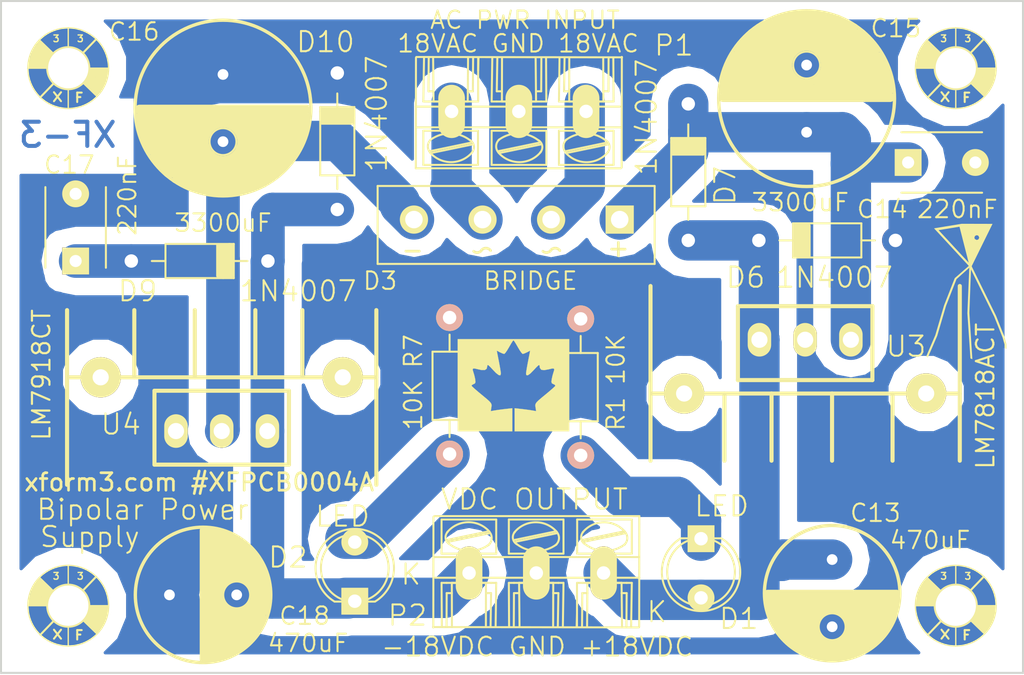
<source format=kicad_pcb>
(kicad_pcb (version 4) (host pcbnew 4.0.7+dfsg1-1~bpo9+1)

  (general
    (links 35)
    (no_connects 0)
    (area -0.075001 -0.075001 76.075001 50.075001)
    (thickness 1.6)
    (drawings 12)
    (tracks 58)
    (zones 0)
    (modules 25)
    (nets 14)
  )

  (page USLetter)
  (layers
    (0 F.Cu jumper hide)
    (31 B.Cu signal)
    (34 B.Paste user hide)
    (37 F.SilkS user)
    (38 B.Mask user hide)
    (39 F.Mask user hide)
    (40 Dwgs.User user hide)
    (41 Cmts.User user hide)
    (42 Eco1.User user hide)
    (43 Eco2.User user hide)
    (44 Edge.Cuts user)
    (45 Margin user hide)
    (46 B.CrtYd user)
    (47 F.CrtYd user hide)
    (49 F.Fab user)
  )

  (setup
    (last_trace_width 0.25)
    (user_trace_width 0.5)
    (user_trace_width 1)
    (user_trace_width 1.5)
    (user_trace_width 2)
    (user_trace_width 2.5)
    (user_trace_width 3)
    (user_trace_width 3.2)
    (user_trace_width 3.5)
    (trace_clearance 0.2)
    (zone_clearance 1.3)
    (zone_45_only no)
    (trace_min 0.2)
    (segment_width 0.2)
    (edge_width 0.15)
    (via_size 0.6)
    (via_drill 0.4)
    (via_min_size 0.4)
    (via_min_drill 0.3)
    (uvia_size 0.3)
    (uvia_drill 0.1)
    (uvias_allowed no)
    (uvia_min_size 0.2)
    (uvia_min_drill 0.1)
    (pcb_text_width 0.3)
    (pcb_text_size 1.5 1.5)
    (mod_edge_width 0.15)
    (mod_text_size 1 1)
    (mod_text_width 0.15)
    (pad_size 1.524 1.524)
    (pad_drill 0.762)
    (pad_to_mask_clearance 0.2)
    (aux_axis_origin 0 0)
    (visible_elements FFFFFF7B)
    (pcbplotparams
      (layerselection 0x00020_00000000)
      (usegerberextensions false)
      (excludeedgelayer false)
      (linewidth 0.100000)
      (plotframeref false)
      (viasonmask true)
      (mode 1)
      (useauxorigin false)
      (hpglpennumber 1)
      (hpglpenspeed 20)
      (hpglpendiameter 15)
      (hpglpenoverlay 2)
      (psnegative false)
      (psa4output false)
      (plotreference true)
      (plotvalue true)
      (plotinvisibletext false)
      (padsonsilk true)
      (subtractmaskfromsilk false)
      (outputformat 5)
      (mirror false)
      (drillshape 1)
      (scaleselection 1)
      (outputdirectory ../kicad_mask/))
  )

  (net 0 "")
  (net 1 GND)
  (net 2 /Sheet5881B464/+18V0)
  (net 3 "Net-(C14-Pad1)")
  (net 4 "Net-(C16-Pad2)")
  (net 5 /Sheet5881B464/-18V0)
  (net 6 /Sheet5881B464/AC18V1)
  (net 7 /Sheet5881B464/AC18V0)
  (net 8 "Net-(D1-Pad1)")
  (net 9 "Net-(D2-Pad2)")
  (net 10 "Net-(P3-Pad~)")
  (net 11 "Net-(P4-Pad~)")
  (net 12 "Net-(P5-Pad~)")
  (net 13 "Net-(P6-Pad~)")

  (net_class Default "This is the default net class."
    (clearance 0.2)
    (trace_width 0.25)
    (via_dia 0.6)
    (via_drill 0.4)
    (uvia_dia 0.3)
    (uvia_drill 0.1)
    (add_net /Sheet5881B464/+18V0)
    (add_net /Sheet5881B464/-18V0)
    (add_net /Sheet5881B464/AC18V0)
    (add_net /Sheet5881B464/AC18V1)
    (add_net GND)
    (add_net "Net-(C14-Pad1)")
    (add_net "Net-(C16-Pad2)")
    (add_net "Net-(D1-Pad1)")
    (add_net "Net-(D2-Pad2)")
    (add_net "Net-(P3-Pad~)")
    (add_net "Net-(P4-Pad~)")
    (add_net "Net-(P5-Pad~)")
    (add_net "Net-(P6-Pad~)")
  )

  (module x_components:x_CapRadial10mm (layer F.Cu) (tedit 5AACF967) (tstamp 597CC8C2)
    (at 12.526 44.196)
    (descr "Radial Electrolytic Capacitor Diameter 10mm x Length 20mm, Pitch 5mm")
    (tags "Electrolytic Capacitor")
    (path /5881B465/56C40535)
    (fp_text reference C18 (at 10.048 1.562) (layer F.SilkS)
      (effects (font (size 1.3 1.3) (thickness 0.15)))
    )
    (fp_text value 470uF (at 10.302 3.594 180) (layer F.SilkS)
      (effects (font (size 1.3 1.3) (thickness 0.15)))
    )
    (fp_circle (center 5.00888 -0.00508) (end 5.31368 -1.24968) (layer F.SilkS) (width 0.5))
    (fp_line (start 2.5 -4.8) (end 2.5 4.8) (layer F.SilkS) (width 0.5))
    (fp_circle (center 5 0) (end 5 -1) (layer F.SilkS) (width 0.15))
    (fp_circle (center 2.5 0) (end 2.5 -5.0375) (layer F.SilkS) (width 0.25))
    (fp_circle (center 2.5 0) (end 2.5 -5.3) (layer F.CrtYd) (width 0.05))
    (fp_line (start 2.93624 -4.8) (end 2.91592 4.80568) (layer F.SilkS) (width 0.5))
    (fp_line (start 3.35788 -4.7244) (end 3.35788 4.75996) (layer F.SilkS) (width 0.5))
    (fp_line (start 3.76428 -4.69392) (end 3.77444 4.65836) (layer F.SilkS) (width 0.5))
    (fp_line (start 4.09448 -4.54152) (end 4.09448 -1.27508) (layer F.SilkS) (width 0.5))
    (fp_line (start 4.1656 1.25984) (end 4.1656 4.52628) (layer F.SilkS) (width 0.5))
    (fp_line (start 4.5466 1.19888) (end 4.54152 4.40944) (layer F.SilkS) (width 0.5))
    (fp_line (start 4.9276 1.47828) (end 4.9276 4.20624) (layer F.SilkS) (width 0.5))
    (fp_line (start 5.31876 1.20904) (end 5.31876 3.937) (layer F.SilkS) (width 0.5))
    (fp_line (start 5.69468 0.9652) (end 5.69468 3.69316) (layer F.SilkS) (width 0.5))
    (fp_line (start 5.98932 0.84836) (end 5.99948 3.39344) (layer F.SilkS) (width 0.5))
    (fp_line (start 6.31952 -3.048) (end 6.32968 3.02768) (layer F.SilkS) (width 0.5))
    (fp_line (start 4.4704 -4.38912) (end 4.4704 -1.51384) (layer F.SilkS) (width 0.5))
    (fp_line (start 4.86664 -4.20624) (end 4.86664 -1.33096) (layer F.SilkS) (width 0.5))
    (fp_line (start 5.23748 -3.99796) (end 5.24256 -1.36652) (layer F.SilkS) (width 0.5))
    (fp_line (start 5.63372 -3.7338) (end 5.62864 -1.27508) (layer F.SilkS) (width 0.5))
    (fp_line (start 5.96392 -3.38836) (end 5.95884 -0.92964) (layer F.SilkS) (width 0.5))
    (fp_line (start 6.64972 -2.52984) (end 6.60908 2.59588) (layer F.SilkS) (width 0.5))
    (fp_line (start 6.92404 -1.96088) (end 6.92404 2.0574) (layer F.SilkS) (width 0.5))
    (fp_line (start 7.17804 -1.33604) (end 7.20344 1.23952) (layer F.SilkS) (width 0.5))
    (pad 1 thru_hole rect (at 0 0) (size 2 2) (drill 0.8) (layers *.Cu *.Mask)
      (net 1 GND))
    (pad 2 thru_hole circle (at 5 0) (size 2 2) (drill 0.8) (layers *.Cu *.Mask)
      (net 5 /Sheet5881B464/-18V0))
    (model ${KISYS3DMOD}/x_packages3d/x_CapRadial10mm.wrl
      (at (xyz 0 0 0))
      (scale (xyz 1 1 1))
      (rotate (xyz 0 0 0))
    )
  )

  (module x_components:x_gx_canada2 (layer F.Cu) (tedit 596A5232) (tstamp 596A57FD)
    (at 38.108 28.466)
    (fp_text reference G*** (at -4.09 1.09) (layer Eco1.User) hide
      (effects (font (thickness 0.3)))
    )
    (fp_text value LOGO (at 0.75 0) (layer Eco1.User) hide
      (effects (font (thickness 0.3)))
    )
    (fp_poly (pts (xy 4.148667 3.556) (xy 0.084667 3.556) (xy 0.084667 1.838544) (xy 0.5715 1.892107)
      (xy 0.907547 1.932555) (xy 1.229371 1.976839) (xy 1.372213 1.999325) (xy 1.686092 2.05298)
      (xy 1.638448 1.759385) (xy 1.623846 1.62807) (xy 1.643028 1.517558) (xy 1.717069 1.400625)
      (xy 1.86704 1.250049) (xy 2.114015 1.038605) (xy 2.340569 0.852343) (xy 2.640619 0.602805)
      (xy 2.888261 0.389215) (xy 3.056063 0.235745) (xy 3.116161 0.168965) (xy 3.068469 0.092322)
      (xy 2.965383 0.042983) (xy 2.851888 -0.018678) (xy 2.821261 -0.139059) (xy 2.845573 -0.324035)
      (xy 2.904475 -0.59102) (xy 2.970673 -0.818584) (xy 2.975183 -0.831012) (xy 3.033174 -1.02037)
      (xy 3.00808 -1.109924) (xy 2.873832 -1.115514) (xy 2.608181 -1.053985) (xy 2.273496 -0.992684)
      (xy 2.064556 -1.026532) (xy 1.962504 -1.162566) (xy 1.944639 -1.301534) (xy 1.924701 -1.375034)
      (xy 1.854978 -1.353456) (xy 1.715374 -1.223505) (xy 1.542472 -1.035488) (xy 1.264241 -0.750923)
      (xy 1.070238 -0.612759) (xy 0.96063 -0.621078) (xy 0.933891 -0.740834) (xy 0.950697 -0.886347)
      (xy 0.993559 -1.151708) (xy 1.054779 -1.49083) (xy 1.088516 -1.666735) (xy 1.240583 -2.44447)
      (xy 1.005496 -2.322902) (xy 0.814186 -2.236717) (xy 0.687269 -2.201334) (xy 0.607755 -2.270183)
      (xy 0.478606 -2.450844) (xy 0.327522 -2.704489) (xy 0.324855 -2.709334) (xy 0.17918 -2.963151)
      (xy 0.062941 -3.145278) (xy 0.000717 -3.217277) (xy 0 -3.217334) (xy -0.060381 -3.148925)
      (xy -0.175458 -2.969326) (xy -0.320649 -2.716974) (xy -0.324855 -2.709334) (xy -0.476075 -2.45476)
      (xy -0.605845 -2.272491) (xy -0.686463 -2.201357) (xy -0.687269 -2.201334) (xy -0.815903 -2.237373)
      (xy -1.005496 -2.322902) (xy -1.240583 -2.44447) (xy -1.088516 -1.666735) (xy -1.021203 -1.308542)
      (xy -0.968546 -1.001931) (xy -0.93824 -0.792989) (xy -0.933891 -0.740834) (xy -0.972684 -0.609761)
      (xy -1.09601 -0.625237) (xy -1.303702 -0.787182) (xy -1.542472 -1.035488) (xy -1.751488 -1.260448)
      (xy -1.874747 -1.366534) (xy -1.932346 -1.367039) (xy -1.944638 -1.301534) (xy -1.989813 -1.098517)
      (xy -2.130171 -1.002053) (xy -2.384566 -1.005107) (xy -2.608181 -1.053985) (xy -2.87601 -1.115855)
      (xy -3.008907 -1.109422) (xy -3.032938 -1.018849) (xy -2.975183 -0.831012) (xy -2.90968 -0.611381)
      (xy -2.849142 -0.343209) (xy -2.845572 -0.324035) (xy -2.821414 -0.11203) (xy -2.864824 -0.00561)
      (xy -2.965383 0.042983) (xy -3.09447 0.114047) (xy -3.11616 0.168965) (xy -3.043812 0.24755)
      (xy -2.866901 0.408036) (xy -2.61286 0.626253) (xy -2.340569 0.852343) (xy -2.017971 1.118914)
      (xy -1.806296 1.306638) (xy -1.68447 1.442738) (xy -1.631419 1.554438) (xy -1.626071 1.668962)
      (xy -1.638448 1.759385) (xy -1.686092 2.05298) (xy -1.372212 1.999325) (xy -1.103854 1.958841)
      (xy -0.764319 1.914566) (xy -0.5715 1.892107) (xy -0.084666 1.838544) (xy -0.084666 3.556)
      (xy -4.148666 3.556) (xy -4.148666 -3.302) (xy 4.148667 -3.302) (xy 4.148667 3.556)) (layer F.SilkS) (width 0.01))
  )

  (module x_components:x_gx_xform_5x8_Silk (layer F.Cu) (tedit 5A7AAA71) (tstamp 5A7AB705)
    (at 71.808 21.616)
    (descr "Imported from xf3_logo_10x15mm.svg")
    (tags svg2mod)
    (attr smd)
    (fp_text reference svg2mod (at 0 -8.085019) (layer F.SilkS) hide
      (effects (font (thickness 0.3048)))
    )
    (fp_text value G*** (at 0 8.085019) (layer F.SilkS) hide
      (effects (font (thickness 0.3048)))
    )
    (fp_poly (pts (xy 0.204142 -1.954658) (xy 0.055157 1.62525) (xy 0.283956 4.984876) (xy 0.426557 5.037019)
      (xy 0.204142 1.59652) (xy 0.335037 -1.878034) (xy 0.204142 -1.954658)) (layer F.SilkS) (width 0))
    (fp_poly (pts (xy 0.260544 -1.991904) (xy -0.88558 -0.989441) (xy -1.677332 1.031438) (xy -2.329676 3.250256)
      (xy -3.006496 4.829503) (xy -2.885179 4.921024) (xy -2.184947 3.296018) (xy -1.532603 1.076133)
      (xy -0.753622 -0.916016) (xy 0.279699 -1.840787) (xy 0.260544 -1.991904)) (layer F.SilkS) (width 0))
    (fp_poly (pts (xy 0.336101 -1.952532) (xy 0.203078 -1.880212) (xy 2.048371 1.867841) (xy 2.673045 3.43006)
      (xy 2.818838 3.955766) (xy 2.828417 4.214369) (xy 2.965697 4.276129) (xy 2.967819 3.927073)
      (xy 2.816707 3.382209) (xy 2.186712 1.807222) (xy 0.336098 -1.952532) (xy 0.336101 -1.952532)) (layer F.SilkS) (width 0))
    (fp_poly (pts (xy -0.369645 -5.037019) (xy -0.531703 -4.818187) (xy 0.150151 -2.147549) (xy -2.083925 -4.564077)
      (xy -0.531703 -4.818187) (xy -0.369645 -5.037019) (xy 0.755385 -4.18925) (xy 0.872243 -4.146255)
      (xy 0.935632 -4.009554) (xy 0.883818 -3.883326) (xy 0.755385 -3.829858) (xy 0.609864 -3.904272)
      (xy 0.575689 -4.009554) (xy 0.628605 -4.136334) (xy 0.755385 -4.18925) (xy -0.369645 -5.037019)
      (xy -0.465006 -5.020483) (xy -2.425678 -4.699676) (xy 0.30835 -1.742957) (xy 1.926166 -5.030956)
      (xy -0.369645 -5.037019)) (layer F.SilkS) (width 0))
  )

  (module x_components:x_TO220Heatsink2 (layer F.Cu) (tedit 5A7017ED) (tstamp 5949C9D4)
    (at 16.412 32.004)
    (descr "TO220, standard design, with 14°C/W heat sink")
    (path /5881B465/55A027C6)
    (fp_text reference U4 (at -7.5 -0.5) (layer F.SilkS)
      (effects (font (size 1.5 1.5) (thickness 0.15)))
    )
    (fp_text value LM7918CT (at -13.404 -4.188 90) (layer F.SilkS)
      (effects (font (size 1.3 1.3) (thickness 0.16)))
    )
    (fp_line (start 11.5 -4) (end -11.5 -4) (layer F.SilkS) (width 0.3))
    (fp_line (start -6.5 -9) (end -6.5 -4) (layer F.SilkS) (width 0.3048))
    (fp_line (start 6 -9) (end 6 -4) (layer F.SilkS) (width 0.3048))
    (fp_line (start 11.5 -9) (end 11.5 4) (layer F.SilkS) (width 0.3048))
    (fp_line (start -11.5 -9) (end -11.5 4) (layer F.SilkS) (width 0.3048))
    (fp_line (start -5 -3) (end -5 2.5) (layer F.SilkS) (width 0.3048))
    (fp_line (start -5 2.5) (end 5 2.5) (layer F.SilkS) (width 0.3048))
    (fp_line (start 5 2.5) (end 5 -3) (layer F.SilkS) (width 0.3048))
    (fp_line (start 5 -3) (end -5 -3) (layer F.SilkS) (width 0.3048))
    (fp_line (start 2.5 -9) (end 2.5 -4) (layer F.SilkS) (width 0.3048))
    (fp_line (start -2 -9) (end -2 -4) (layer F.SilkS) (width 0.3048))
    (pad 3 thru_hole oval (at 3.4 0) (size 1.74498 2.49936) (drill 1.2) (layers *.Cu *.Mask F.SilkS)
      (net 5 /Sheet5881B464/-18V0))
    (pad 2 thru_hole oval (at 0 0) (size 1.74752 2.49936) (drill 1.2) (layers *.Cu *.Mask F.SilkS)
      (net 4 "Net-(C16-Pad2)"))
    (pad 1 thru_hole oval (at -3.4 0) (size 1.74752 2.49936) (drill 1.2) (layers *.Cu *.Mask F.SilkS)
      (net 1 GND))
    (pad "" thru_hole circle (at 9 -4) (size 3 3) (drill 1.2) (layers *.Cu *.Mask F.SilkS))
    (pad "" thru_hole circle (at -9 -4) (size 3 3) (drill 1.2) (layers *.Cu *.Mask F.SilkS))
    (model ${KISYS3DMOD}/x_packages3d/x_TO220Heatsink2.wrl
      (at (xyz 0 0 0))
      (scale (xyz 1 1 1))
      (rotate (xyz 0 0 0))
    )
  )

  (module x_components:x_Diode (layer F.Cu) (tedit 5A7016F3) (tstamp 5949C9B2)
    (at 19.85 19.34746 180)
    (descr "Diode, DO-41, SOD81, Horizontal, RM 10mm,")
    (tags "Diode, DO-41, SOD81, Horizontal, RM 10mm, 1N4007, SB140,")
    (path /5881B465/56D1D236)
    (fp_text reference D9 (at 9.69 -2.24254 360) (layer F.SilkS)
      (effects (font (size 1.5 1.5) (thickness 0.15)))
    )
    (fp_text value 1N4007 (at -2.248 -2.24254 180) (layer F.SilkS)
      (effects (font (size 1.5 1.5) (thickness 0.15)))
    )
    (fp_line (start 7.62 -0.00254) (end 8.636 -0.00254) (layer F.SilkS) (width 0.15))
    (fp_line (start 2.794 -0.00254) (end 1.524 -0.00254) (layer F.SilkS) (width 0.15))
    (fp_line (start 3.7 -1.1) (end 3.7 1.17) (layer F.SilkS) (width 0.3))
    (fp_line (start 2.86512 -0.9906) (end 2.86512 1.0094) (layer F.SilkS) (width 0.65))
    (fp_line (start 2.54 1.26746) (end 2.54 -1.27254) (layer F.SilkS) (width 0.15))
    (fp_line (start 2.54 -1.27254) (end 7.62 -1.27254) (layer F.SilkS) (width 0.15))
    (fp_line (start 7.62 -1.27254) (end 7.62 1.26746) (layer F.SilkS) (width 0.15))
    (fp_line (start 7.62 1.26746) (end 2.54 1.26746) (layer F.SilkS) (width 0.15))
    (fp_line (start 3.33248 -1.01092) (end 3.33248 0.98908) (layer F.SilkS) (width 0.65))
    (pad 2 thru_hole circle (at 10.16 -0.00254) (size 2 2) (drill 1) (layers *.Cu *.Mask)
      (net 4 "Net-(C16-Pad2)"))
    (pad 1 thru_hole rect (at 0 -0.00254) (size 2 1.99898) (drill 1) (layers *.Cu *.Mask)
      (net 5 /Sheet5881B464/-18V0))
    (model ${KISYS3DMOD}/x_packages3d/x_Diode.wrl
      (at (xyz 0 0 0))
      (scale (xyz 1 1 1))
      (rotate (xyz 0 0 0))
    )
  )

  (module x_components:x_CapRadial13mm (layer F.Cu) (tedit 5AACF847) (tstamp 597C1B96)
    (at 16.508 5.466 270)
    (descr "Radial Electrolytic Capacitor Diameter 13mm x Length 25mm, Pitch 5mm")
    (tags "Electrolytic Capacitor")
    (path /5881B465/55A02F6C)
    (fp_text reference C16 (at -3.18 6.602 360) (layer F.SilkS)
      (effects (font (size 1.3 1.3) (thickness 0.15)))
    )
    (fp_text value 3300uF (at 11.044 -0.002 540) (layer F.SilkS)
      (effects (font (size 1.3 1.3) (thickness 0.15)))
    )
    (fp_circle (center 5.0038 -0.003747) (end 5.21208 -1.304227) (layer F.SilkS) (width 0.5))
    (fp_line (start 2.6 -6.2) (end 2.6 6.2) (layer F.SilkS) (width 0.7))
    (fp_circle (center 5 0) (end 5 -1) (layer F.SilkS) (width 0.15))
    (fp_circle (center 2.5 0) (end 2.5 -6.5375) (layer F.SilkS) (width 0.25))
    (fp_circle (center 2.5 0) (end 2.5 -6.8) (layer F.CrtYd) (width 0.05))
    (fp_line (start 3.2 -6.2) (end 3.2 6.2) (layer F.SilkS) (width 0.7))
    (fp_line (start 3.76936 -6.14172) (end 3.77444 -0.6858) (layer F.SilkS) (width 0.7))
    (fp_line (start 3.71856 0.85344) (end 3.71856 6.05536) (layer F.SilkS) (width 0.7))
    (fp_line (start 4.28752 1.31064) (end 4.27736 5.90804) (layer F.SilkS) (width 0.9))
    (fp_line (start 4.33832 -5.84708) (end 4.33832 -1.43764) (layer F.SilkS) (width 0.9))
    (fp_line (start 4.93268 -5.64388) (end 4.92252 -1.55448) (layer F.SilkS) (width 0.9))
    (fp_line (start 5.5372 -5.37972) (end 5.5372 -1.40716) (layer F.SilkS) (width 0.9))
    (fp_line (start 6.17728 -4.96824) (end 6.17728 -0.99568) (layer F.SilkS) (width 0.9))
    (fp_line (start 6.69036 -4.48056) (end 6.69036 4.5466) (layer F.SilkS) (width 0.9))
    (fp_line (start 6.11632 0.9906) (end 6.11632 4.96316) (layer F.SilkS) (width 0.9))
    (fp_line (start 5.50164 1.39192) (end 5.50164 5.36448) (layer F.SilkS) (width 0.9))
    (fp_line (start 4.87172 1.67132) (end 4.87172 5.64388) (layer F.SilkS) (width 0.9))
    (fp_line (start 7.25424 -3.99796) (end 7.22884 4.02844) (layer F.SilkS) (width 0.9))
    (fp_line (start 7.83336 -3.54584) (end 7.83336 3.56108) (layer F.SilkS) (width 0.5))
    (fp_line (start 8.1534 -3.03784) (end 8.1534 2.96164) (layer F.SilkS) (width 0.5))
    (fp_line (start 8.47344 -2.2606) (end 8.48868 2.33172) (layer F.SilkS) (width 0.5))
    (fp_line (start 8.78332 -1.2954) (end 8.75284 1.23444) (layer F.SilkS) (width 0.5))
    (pad 1 thru_hole rect (at 0 0 270) (size 2 2) (drill 0.8) (layers *.Cu *.Mask)
      (net 1 GND))
    (pad 2 thru_hole circle (at 5 0 270) (size 2 2) (drill 0.8) (layers *.Cu *.Mask)
      (net 4 "Net-(C16-Pad2)"))
    (model ${KISYS3DMOD}/x_packages3d/x_CapRadial13mm.wrl
      (at (xyz 0 0 0))
      (scale (xyz 1 1 1))
      (rotate (xyz 0 0 0))
    )
  )

  (module x_components:x_CapRadial13mm (layer F.Cu) (tedit 5AACF796) (tstamp 597C1B51)
    (at 59.908 9.766 90)
    (descr "Radial Electrolytic Capacitor Diameter 13mm x Length 25mm, Pitch 5mm")
    (tags "Electrolytic Capacitor")
    (path /5881B465/55A02E4F)
    (fp_text reference C15 (at 7.734 6.64 180) (layer F.SilkS)
      (effects (font (size 1.3 1.3) (thickness 0.15)))
    )
    (fp_text value 3300uF (at -5.22 -0.472 360) (layer F.SilkS)
      (effects (font (size 1.3 1.3) (thickness 0.15)))
    )
    (fp_circle (center 5.0038 -0.003747) (end 5.21208 -1.304227) (layer F.SilkS) (width 0.5))
    (fp_line (start 2.6 -6.2) (end 2.6 6.2) (layer F.SilkS) (width 0.7))
    (fp_circle (center 5 0) (end 5 -1) (layer F.SilkS) (width 0.15))
    (fp_circle (center 2.5 0) (end 2.5 -6.5375) (layer F.SilkS) (width 0.25))
    (fp_circle (center 2.5 0) (end 2.5 -6.8) (layer F.CrtYd) (width 0.05))
    (fp_line (start 3.2 -6.2) (end 3.2 6.2) (layer F.SilkS) (width 0.7))
    (fp_line (start 3.76936 -6.14172) (end 3.77444 -0.6858) (layer F.SilkS) (width 0.7))
    (fp_line (start 3.71856 0.85344) (end 3.71856 6.05536) (layer F.SilkS) (width 0.7))
    (fp_line (start 4.28752 1.31064) (end 4.27736 5.90804) (layer F.SilkS) (width 0.9))
    (fp_line (start 4.33832 -5.84708) (end 4.33832 -1.43764) (layer F.SilkS) (width 0.9))
    (fp_line (start 4.93268 -5.64388) (end 4.92252 -1.55448) (layer F.SilkS) (width 0.9))
    (fp_line (start 5.5372 -5.37972) (end 5.5372 -1.40716) (layer F.SilkS) (width 0.9))
    (fp_line (start 6.17728 -4.96824) (end 6.17728 -0.99568) (layer F.SilkS) (width 0.9))
    (fp_line (start 6.69036 -4.48056) (end 6.69036 4.5466) (layer F.SilkS) (width 0.9))
    (fp_line (start 6.11632 0.9906) (end 6.11632 4.96316) (layer F.SilkS) (width 0.9))
    (fp_line (start 5.50164 1.39192) (end 5.50164 5.36448) (layer F.SilkS) (width 0.9))
    (fp_line (start 4.87172 1.67132) (end 4.87172 5.64388) (layer F.SilkS) (width 0.9))
    (fp_line (start 7.25424 -3.99796) (end 7.22884 4.02844) (layer F.SilkS) (width 0.9))
    (fp_line (start 7.83336 -3.54584) (end 7.83336 3.56108) (layer F.SilkS) (width 0.5))
    (fp_line (start 8.1534 -3.03784) (end 8.1534 2.96164) (layer F.SilkS) (width 0.5))
    (fp_line (start 8.47344 -2.2606) (end 8.48868 2.33172) (layer F.SilkS) (width 0.5))
    (fp_line (start 8.78332 -1.2954) (end 8.75284 1.23444) (layer F.SilkS) (width 0.5))
    (pad 1 thru_hole rect (at 0 0 90) (size 2 2) (drill 0.8) (layers *.Cu *.Mask)
      (net 3 "Net-(C14-Pad1)"))
    (pad 2 thru_hole circle (at 5 0 90) (size 2 2) (drill 0.8) (layers *.Cu *.Mask)
      (net 1 GND))
    (model ${KISYS3DMOD}/x_packages3d/x_CapRadial13mm.wrl
      (at (xyz 0 0 0))
      (scale (xyz 1 1 1))
      (rotate (xyz 0 0 0))
    )
  )

  (module x_components:x_TO220Heatsink2 (layer F.Cu) (tedit 5A7017ED) (tstamp 5949C9CC)
    (at 59.8 25.21 180)
    (descr "TO220, standard design, with 14°C/W heat sink")
    (path /5881B465/55A029C3)
    (fp_text reference U3 (at -7.5 -0.5 180) (layer F.SilkS)
      (effects (font (size 1.5 1.5) (thickness 0.15)))
    )
    (fp_text value LM7818ACT (at -13.404 -4.188 270) (layer F.SilkS)
      (effects (font (size 1.3 1.3) (thickness 0.16)))
    )
    (fp_line (start 11.5 -4) (end -11.5 -4) (layer F.SilkS) (width 0.3))
    (fp_line (start -6.5 -9) (end -6.5 -4) (layer F.SilkS) (width 0.3048))
    (fp_line (start 6 -9) (end 6 -4) (layer F.SilkS) (width 0.3048))
    (fp_line (start 11.5 -9) (end 11.5 4) (layer F.SilkS) (width 0.3048))
    (fp_line (start -11.5 -9) (end -11.5 4) (layer F.SilkS) (width 0.3048))
    (fp_line (start -5 -3) (end -5 2.5) (layer F.SilkS) (width 0.3048))
    (fp_line (start -5 2.5) (end 5 2.5) (layer F.SilkS) (width 0.3048))
    (fp_line (start 5 2.5) (end 5 -3) (layer F.SilkS) (width 0.3048))
    (fp_line (start 5 -3) (end -5 -3) (layer F.SilkS) (width 0.3048))
    (fp_line (start 2.5 -9) (end 2.5 -4) (layer F.SilkS) (width 0.3048))
    (fp_line (start -2 -9) (end -2 -4) (layer F.SilkS) (width 0.3048))
    (pad 3 thru_hole oval (at 3.4 0 180) (size 1.74498 2.49936) (drill 1.2) (layers *.Cu *.Mask F.SilkS)
      (net 2 /Sheet5881B464/+18V0))
    (pad 2 thru_hole oval (at 0 0 180) (size 1.74752 2.49936) (drill 1.2) (layers *.Cu *.Mask F.SilkS)
      (net 1 GND))
    (pad 1 thru_hole oval (at -3.4 0 180) (size 1.74752 2.49936) (drill 1.2) (layers *.Cu *.Mask F.SilkS)
      (net 3 "Net-(C14-Pad1)"))
    (pad "" thru_hole circle (at 9 -4 180) (size 3 3) (drill 1.2) (layers *.Cu *.Mask F.SilkS))
    (pad "" thru_hole circle (at -9 -4 180) (size 3 3) (drill 1.2) (layers *.Cu *.Mask F.SilkS))
    (model ${KISYS3DMOD}/x_packages3d/x_TO220Heatsink2.wrl
      (at (xyz 0 0 0))
      (scale (xyz 1 1 1))
      (rotate (xyz 0 0 0))
    )
  )

  (module x_components:x_Diode (layer F.Cu) (tedit 5A7016F3) (tstamp 5949C89B)
    (at 56.358 17.81854)
    (descr "Diode, DO-41, SOD81, Horizontal, RM 10mm,")
    (tags "Diode, DO-41, SOD81, Horizontal, RM 10mm, 1N4007, SB140,")
    (path /5881B465/56D1DCE2)
    (fp_text reference D6 (at -0.986 2.75546 180) (layer F.SilkS)
      (effects (font (size 1.5 1.5) (thickness 0.15)))
    )
    (fp_text value 1N4007 (at 5.618 2.75546) (layer F.SilkS)
      (effects (font (size 1.5 1.5) (thickness 0.15)))
    )
    (fp_line (start 7.62 -0.00254) (end 8.636 -0.00254) (layer F.SilkS) (width 0.15))
    (fp_line (start 2.794 -0.00254) (end 1.524 -0.00254) (layer F.SilkS) (width 0.15))
    (fp_line (start 3.7 -1.1) (end 3.7 1.17) (layer F.SilkS) (width 0.3))
    (fp_line (start 2.86512 -0.9906) (end 2.86512 1.0094) (layer F.SilkS) (width 0.65))
    (fp_line (start 2.54 1.26746) (end 2.54 -1.27254) (layer F.SilkS) (width 0.15))
    (fp_line (start 2.54 -1.27254) (end 7.62 -1.27254) (layer F.SilkS) (width 0.15))
    (fp_line (start 7.62 -1.27254) (end 7.62 1.26746) (layer F.SilkS) (width 0.15))
    (fp_line (start 7.62 1.26746) (end 2.54 1.26746) (layer F.SilkS) (width 0.15))
    (fp_line (start 3.33248 -1.01092) (end 3.33248 0.98908) (layer F.SilkS) (width 0.65))
    (pad 2 thru_hole circle (at 10.16 -0.00254 180) (size 2 2) (drill 1) (layers *.Cu *.Mask)
      (net 1 GND))
    (pad 1 thru_hole rect (at 0 -0.00254 180) (size 2 1.99898) (drill 1) (layers *.Cu *.Mask)
      (net 2 /Sheet5881B464/+18V0))
    (model ${KISYS3DMOD}/x_packages3d/x_Diode.wrl
      (at (xyz 0 0 0))
      (scale (xyz 1 1 1))
      (rotate (xyz 0 0 0))
    )
  )

  (module x_components:x_Diode (layer F.Cu) (tedit 5A7016F3) (tstamp 5949C9AD)
    (at 51.10546 7.656 270)
    (descr "Diode, DO-41, SOD81, Horizontal, RM 10mm,")
    (tags "Diode, DO-41, SOD81, Horizontal, RM 10mm, 1N4007, SB140,")
    (path /5881B465/56D1C3EA)
    (fp_text reference D7 (at 6.06 -2.74254 450) (layer F.SilkS)
      (effects (font (size 1.5 1.5) (thickness 0.15)))
    )
    (fp_text value 1N4007 (at 0.98 3.09946 270) (layer F.SilkS)
      (effects (font (size 1.5 1.5) (thickness 0.15)))
    )
    (fp_line (start 7.62 -0.00254) (end 8.636 -0.00254) (layer F.SilkS) (width 0.15))
    (fp_line (start 2.794 -0.00254) (end 1.524 -0.00254) (layer F.SilkS) (width 0.15))
    (fp_line (start 3.7 -1.1) (end 3.7 1.17) (layer F.SilkS) (width 0.3))
    (fp_line (start 2.86512 -0.9906) (end 2.86512 1.0094) (layer F.SilkS) (width 0.65))
    (fp_line (start 2.54 1.26746) (end 2.54 -1.27254) (layer F.SilkS) (width 0.15))
    (fp_line (start 2.54 -1.27254) (end 7.62 -1.27254) (layer F.SilkS) (width 0.15))
    (fp_line (start 7.62 -1.27254) (end 7.62 1.26746) (layer F.SilkS) (width 0.15))
    (fp_line (start 7.62 1.26746) (end 2.54 1.26746) (layer F.SilkS) (width 0.15))
    (fp_line (start 3.33248 -1.01092) (end 3.33248 0.98908) (layer F.SilkS) (width 0.65))
    (pad 2 thru_hole circle (at 10.16 -0.00254 90) (size 2 2) (drill 1) (layers *.Cu *.Mask)
      (net 2 /Sheet5881B464/+18V0))
    (pad 1 thru_hole rect (at 0 -0.00254 90) (size 2 1.99898) (drill 1) (layers *.Cu *.Mask)
      (net 3 "Net-(C14-Pad1)"))
    (model ${KISYS3DMOD}/x_packages3d/x_Diode.wrl
      (at (xyz 0 0 0))
      (scale (xyz 1 1 1))
      (rotate (xyz 0 0 0))
    )
  )

  (module x_components:x_Diode (layer F.Cu) (tedit 5A7016F3) (tstamp 5949C9B7)
    (at 25.00546 5.356 270)
    (descr "Diode, DO-41, SOD81, Horizontal, RM 10mm,")
    (tags "Diode, DO-41, SOD81, Horizontal, RM 10mm, 1N4007, SB140,")
    (path /5881B465/56D1E597)
    (fp_text reference D10 (at -2.308 0.87546 540) (layer F.SilkS)
      (effects (font (size 1.5 1.5) (thickness 0.15)))
    )
    (fp_text value 1N4007 (at 3.026 -2.93454 270) (layer F.SilkS)
      (effects (font (size 1.5 1.5) (thickness 0.15)))
    )
    (fp_line (start 7.62 -0.00254) (end 8.636 -0.00254) (layer F.SilkS) (width 0.15))
    (fp_line (start 2.794 -0.00254) (end 1.524 -0.00254) (layer F.SilkS) (width 0.15))
    (fp_line (start 3.7 -1.1) (end 3.7 1.17) (layer F.SilkS) (width 0.3))
    (fp_line (start 2.86512 -0.9906) (end 2.86512 1.0094) (layer F.SilkS) (width 0.65))
    (fp_line (start 2.54 1.26746) (end 2.54 -1.27254) (layer F.SilkS) (width 0.15))
    (fp_line (start 2.54 -1.27254) (end 7.62 -1.27254) (layer F.SilkS) (width 0.15))
    (fp_line (start 7.62 -1.27254) (end 7.62 1.26746) (layer F.SilkS) (width 0.15))
    (fp_line (start 7.62 1.26746) (end 2.54 1.26746) (layer F.SilkS) (width 0.15))
    (fp_line (start 3.33248 -1.01092) (end 3.33248 0.98908) (layer F.SilkS) (width 0.65))
    (pad 2 thru_hole circle (at 10.16 -0.00254 90) (size 2 2) (drill 1) (layers *.Cu *.Mask)
      (net 5 /Sheet5881B464/-18V0))
    (pad 1 thru_hole rect (at 0 -0.00254 90) (size 2 1.99898) (drill 1) (layers *.Cu *.Mask)
      (net 1 GND))
    (model ${KISYS3DMOD}/x_packages3d/x_Diode.wrl
      (at (xyz 0 0 0))
      (scale (xyz 1 1 1))
      (rotate (xyz 0 0 0))
    )
  )

  (module x_components:x_PhoenixX3flipped (layer F.Cu) (tedit 5A354FAC) (tstamp 59863735)
    (at 43.508 7.216 180)
    (descr CONNECTOR)
    (tags CONNECTOR)
    (path /58819CDA)
    (attr virtual)
    (fp_text reference P1 (at -6.53 3.914 180) (layer F.SilkS)
      (effects (font (size 1.5 1.5) (thickness 0.15)))
    )
    (fp_text value CONN_01X03 (at 5.775 3.975 180) (layer Cmts.User) hide
      (effects (font (size 1.5 1.5) (thickness 0.15)))
    )
    (fp_line (start 12.66 -0.645) (end -2.5165 -0.645) (layer F.SilkS) (width 0.15))
    (fp_line (start 8.025 2.975) (end 8.0245 -0.264) (layer F.SilkS) (width 0.15))
    (fp_line (start 7.58 -2.185) (end 12.5965 -2.185) (layer F.SilkS) (width 0.15))
    (fp_line (start -2.58 -5.233) (end 12.66 -5.233) (layer F.SilkS) (width 0.15))
    (fp_arc (start 8.9262 -3.65566) (end 8.63664 -3.1375) (angle 104.2) (layer F.SilkS) (width 0.15))
    (fp_arc (start 10.04126 -2.7184) (end 8.4436 -4.0138) (angle 100) (layer F.SilkS) (width 0.15))
    (fp_arc (start 10.12 -5.0806) (end 11.58304 -3.12734) (angle 75.5) (layer F.SilkS) (width 0.15))
    (fp_arc (start 11.0852 -3.60486) (end 11.59066 -4.06206) (angle 90.5) (layer F.SilkS) (width 0.15))
    (fp_line (start 8.4182 -0.264) (end 11.7202 -0.264) (layer F.SilkS) (width 0.15))
    (fp_line (start 8.0372 -0.264) (end 8.4182 -0.264) (layer F.SilkS) (width 0.15))
    (fp_line (start 12.1012 -0.264) (end 11.7202 -0.264) (layer F.SilkS) (width 0.15))
    (fp_line (start 8.5706 -3.328) (end 11.6186 -3.963) (layer F.SilkS) (width 0.15))
    (fp_line (start 8.4436 -3.455) (end 11.4916 -4.09) (layer F.SilkS) (width 0.15))
    (fp_line (start 12.1012 -2.439) (end 8.0372 -2.439) (layer F.SilkS) (width 0.15))
    (fp_line (start 12.1012 -4.979) (end 12.1012 -2.439) (layer F.SilkS) (width 0.15))
    (fp_line (start 8.0372 -4.979) (end 12.1012 -4.979) (layer F.SilkS) (width 0.15))
    (fp_line (start 8.0372 -2.439) (end 8.0372 -4.979) (layer F.SilkS) (width 0.15))
    (fp_line (start 11.7202 0.498) (end 11.3392 0.498) (layer F.SilkS) (width 0.15))
    (fp_line (start 8.4182 0.498) (end 8.7992 0.498) (layer F.SilkS) (width 0.15))
    (fp_line (start 8.4 3) (end 8.4182 0.498) (layer F.SilkS) (width 0.15))
    (fp_line (start 11.7 3) (end 11.7202 0.498) (layer F.SilkS) (width 0.15))
    (fp_line (start 12.1012 -0.264) (end 12.05 3) (layer F.SilkS) (width 0.15))
    (fp_line (start -2.675 3.025) (end 12.625 3.05) (layer F.SilkS) (width 0.15))
    (fp_line (start 12.66 -5.233) (end 12.65 3) (layer F.SilkS) (width 0.15))
    (fp_line (start 8.775 2.975) (end 8.7992 -0.264) (layer F.SilkS) (width 0.15))
    (fp_line (start 8.7992 -0.264) (end 11.3392 -0.264) (layer F.SilkS) (width 0.15))
    (fp_line (start 11.375 3) (end 11.3392 -0.264) (layer F.SilkS) (width 0.15))
    (fp_line (start 1.25 2.925) (end 1.2554 -0.264) (layer F.SilkS) (width 0.15))
    (fp_line (start -1.2846 -0.264) (end 1.2554 -0.264) (layer F.SilkS) (width 0.15))
    (fp_line (start -1.275 2.925) (end -1.2846 -0.264) (layer F.SilkS) (width 0.15))
    (fp_line (start 6.25 2.975) (end 6.2592 -0.264) (layer F.SilkS) (width 0.15))
    (fp_line (start 3.7192 -0.264) (end 6.2592 -0.264) (layer F.SilkS) (width 0.15))
    (fp_line (start 3.75 2.95) (end 3.7192 -0.264) (layer F.SilkS) (width 0.15))
    (fp_line (start 8.0245 2.054) (end 8 3) (layer F.SilkS) (width 0.15))
    (fp_line (start 7.0212 -0.264) (end 6.975 2.975) (layer F.SilkS) (width 0.15))
    (fp_line (start -2.0466 -0.264) (end -2.025 2.975) (layer F.SilkS) (width 0.15))
    (fp_line (start 2.975 2.975) (end 2.9572 -0.264) (layer F.SilkS) (width 0.15))
    (fp_line (start 1.975 2.95) (end 2.0174 -0.264) (layer F.SilkS) (width 0.15))
    (fp_line (start 6.6 2.975) (end 6.6402 0.498) (layer F.SilkS) (width 0.15))
    (fp_line (start 3.325 2.95) (end 3.3382 0.498) (layer F.SilkS) (width 0.15))
    (fp_line (start 1.6 2.975) (end 1.6364 0.498) (layer F.SilkS) (width 0.15))
    (fp_line (start -1.675 2.925) (end -1.6656 0.498) (layer F.SilkS) (width 0.15))
    (fp_line (start -1.6656 0.498) (end -1.2846 0.498) (layer F.SilkS) (width 0.15))
    (fp_line (start 1.6364 0.498) (end 1.2554 0.498) (layer F.SilkS) (width 0.15))
    (fp_line (start 3.3382 0.498) (end 3.7192 0.498) (layer F.SilkS) (width 0.15))
    (fp_line (start 6.6402 0.498) (end 6.2592 0.498) (layer F.SilkS) (width 0.15))
    (fp_line (start -2.58 -2.185) (end 7.58 -2.185) (layer F.SilkS) (width 0.15))
    (fp_line (start 2.9572 -2.439) (end 2.9572 -4.979) (layer F.SilkS) (width 0.15))
    (fp_line (start 2.9572 -4.979) (end 7.0212 -4.979) (layer F.SilkS) (width 0.15))
    (fp_line (start 7.0212 -4.979) (end 7.0212 -2.439) (layer F.SilkS) (width 0.15))
    (fp_line (start 7.0212 -2.439) (end 2.9572 -2.439) (layer F.SilkS) (width 0.15))
    (fp_line (start 2.0174 -2.439) (end 2.0174 -4.979) (layer F.SilkS) (width 0.15))
    (fp_line (start 2.0174 -2.439) (end -2.0466 -2.439) (layer F.SilkS) (width 0.15))
    (fp_line (start -2.0466 -2.439) (end -2.0466 -4.979) (layer F.SilkS) (width 0.15))
    (fp_line (start 2.0174 -4.979) (end -2.0466 -4.979) (layer F.SilkS) (width 0.15))
    (fp_line (start 3.3636 -3.455) (end 6.4116 -4.09) (layer F.SilkS) (width 0.15))
    (fp_line (start 3.4906 -3.328) (end 6.5386 -3.963) (layer F.SilkS) (width 0.15))
    (fp_line (start -1.6402 -3.455) (end 1.41034 -4.09) (layer F.SilkS) (width 0.15))
    (fp_line (start -1.5132 -3.328) (end 1.5348 -3.963) (layer F.SilkS) (width 0.15))
    (fp_line (start -2.0466 -0.264) (end -1.6656 -0.264) (layer F.SilkS) (width 0.15))
    (fp_line (start 2.0174 -0.264) (end 1.6364 -0.264) (layer F.SilkS) (width 0.15))
    (fp_line (start 1.6364 -0.264) (end -1.6656 -0.264) (layer F.SilkS) (width 0.15))
    (fp_line (start 7.0212 -0.264) (end 6.6402 -0.264) (layer F.SilkS) (width 0.15))
    (fp_line (start 2.9572 -0.264) (end 3.3382 -0.264) (layer F.SilkS) (width 0.15))
    (fp_line (start 3.3382 -0.264) (end 6.6402 -0.264) (layer F.SilkS) (width 0.15))
    (fp_arc (start 6.0052 -3.60486) (end 6.51066 -4.06206) (angle 90.5) (layer F.SilkS) (width 0.15))
    (fp_arc (start 5.04 -5.0806) (end 6.50304 -3.12734) (angle 75.5) (layer F.SilkS) (width 0.15))
    (fp_arc (start 4.96126 -2.7184) (end 3.3636 -4.0138) (angle 100) (layer F.SilkS) (width 0.15))
    (fp_arc (start 3.8462 -3.65566) (end 3.55664 -3.1375) (angle 104.2) (layer F.SilkS) (width 0.15))
    (fp_arc (start 1.0014 -3.60486) (end 1.5094 -4.06206) (angle 90.5) (layer F.SilkS) (width 0.15))
    (fp_arc (start 0.03874 -5.0806) (end 1.50178 -3.12734) (angle 75.5) (layer F.SilkS) (width 0.15))
    (fp_arc (start -0.03746 -2.7184) (end -1.6402 -4.0138) (angle 100) (layer F.SilkS) (width 0.15))
    (fp_arc (start -1.1576 -3.65566) (end -1.44462 -3.1375) (angle 104.2) (layer F.SilkS) (width 0.15))
    (fp_line (start -2.65 -5.175) (end -2.66 3.058) (layer F.SilkS) (width 0.15))
    (pad 1 thru_hole oval (at 0 -1 180) (size 1.9812 3.9624) (drill 1) (layers *.Cu *.Mask F.SilkS)
      (net 6 /Sheet5881B464/AC18V1))
    (pad 2 thru_hole oval (at 5 -1 180) (size 1.9812 3.9624) (drill 1) (layers *.Cu *.Mask F.SilkS)
      (net 1 GND))
    (pad 3 thru_hole oval (at 10 -1 180) (size 1.9812 3.9624) (drill 1) (layers *.Cu *.Mask F.SilkS)
      (net 7 /Sheet5881B464/AC18V0))
    (model ${KISYS3DMOD}/x_packages3d/x_Phoenix3.wrl
      (at (xyz 0 0 0))
      (scale (xyz 1 1 1))
      (rotate (xyz 0 0 0))
    )
  )

  (module x_components:x_PhoenixX3 (layer F.Cu) (tedit 5A354FC9) (tstamp 5985404D)
    (at 34.808 43.566)
    (descr CONNECTOR)
    (tags CONNECTOR)
    (path /5881BB97)
    (attr virtual)
    (fp_text reference P2 (at -4.582 2.154) (layer F.SilkS)
      (effects (font (size 1.5 1.5) (thickness 0.15)))
    )
    (fp_text value CONN_01X03 (at 5.775 3.975) (layer Cmts.User) hide
      (effects (font (size 1.5 1.5) (thickness 0.15)))
    )
    (fp_line (start 12.66 -0.645) (end -2.5165 -0.645) (layer F.SilkS) (width 0.15))
    (fp_line (start 8.025 2.975) (end 8.0245 -0.264) (layer F.SilkS) (width 0.15))
    (fp_line (start 7.58 -2.185) (end 12.5965 -2.185) (layer F.SilkS) (width 0.15))
    (fp_line (start -2.58 -5.233) (end 12.66 -5.233) (layer F.SilkS) (width 0.15))
    (fp_arc (start 8.9262 -3.65566) (end 8.63664 -3.1375) (angle 104.2) (layer F.SilkS) (width 0.15))
    (fp_arc (start 10.04126 -2.7184) (end 8.4436 -4.0138) (angle 100) (layer F.SilkS) (width 0.15))
    (fp_arc (start 10.12 -5.0806) (end 11.58304 -3.12734) (angle 75.5) (layer F.SilkS) (width 0.15))
    (fp_arc (start 11.0852 -3.60486) (end 11.59066 -4.06206) (angle 90.5) (layer F.SilkS) (width 0.15))
    (fp_line (start 8.4182 -0.264) (end 11.7202 -0.264) (layer F.SilkS) (width 0.15))
    (fp_line (start 8.0372 -0.264) (end 8.4182 -0.264) (layer F.SilkS) (width 0.15))
    (fp_line (start 12.1012 -0.264) (end 11.7202 -0.264) (layer F.SilkS) (width 0.15))
    (fp_line (start 8.5706 -3.328) (end 11.6186 -3.963) (layer F.SilkS) (width 0.15))
    (fp_line (start 8.4436 -3.455) (end 11.4916 -4.09) (layer F.SilkS) (width 0.15))
    (fp_line (start 12.1012 -2.439) (end 8.0372 -2.439) (layer F.SilkS) (width 0.15))
    (fp_line (start 12.1012 -4.979) (end 12.1012 -2.439) (layer F.SilkS) (width 0.15))
    (fp_line (start 8.0372 -4.979) (end 12.1012 -4.979) (layer F.SilkS) (width 0.15))
    (fp_line (start 8.0372 -2.439) (end 8.0372 -4.979) (layer F.SilkS) (width 0.15))
    (fp_line (start 11.7202 0.498) (end 11.3392 0.498) (layer F.SilkS) (width 0.15))
    (fp_line (start 8.4182 0.498) (end 8.7992 0.498) (layer F.SilkS) (width 0.15))
    (fp_line (start 8.4 3) (end 8.4182 0.498) (layer F.SilkS) (width 0.15))
    (fp_line (start 11.7 3) (end 11.7202 0.498) (layer F.SilkS) (width 0.15))
    (fp_line (start 12.1012 -0.264) (end 12.05 3) (layer F.SilkS) (width 0.15))
    (fp_line (start -2.675 3.025) (end 12.625 3.05) (layer F.SilkS) (width 0.15))
    (fp_line (start 12.66 -5.233) (end 12.65 3) (layer F.SilkS) (width 0.15))
    (fp_line (start 8.775 2.975) (end 8.7992 -0.264) (layer F.SilkS) (width 0.15))
    (fp_line (start 8.7992 -0.264) (end 11.3392 -0.264) (layer F.SilkS) (width 0.15))
    (fp_line (start 11.375 3) (end 11.3392 -0.264) (layer F.SilkS) (width 0.15))
    (fp_line (start 1.25 2.925) (end 1.2554 -0.264) (layer F.SilkS) (width 0.15))
    (fp_line (start -1.2846 -0.264) (end 1.2554 -0.264) (layer F.SilkS) (width 0.15))
    (fp_line (start -1.275 2.925) (end -1.2846 -0.264) (layer F.SilkS) (width 0.15))
    (fp_line (start 6.25 2.975) (end 6.2592 -0.264) (layer F.SilkS) (width 0.15))
    (fp_line (start 3.7192 -0.264) (end 6.2592 -0.264) (layer F.SilkS) (width 0.15))
    (fp_line (start 3.75 2.95) (end 3.7192 -0.264) (layer F.SilkS) (width 0.15))
    (fp_line (start 8.0245 2.054) (end 8 3) (layer F.SilkS) (width 0.15))
    (fp_line (start 7.0212 -0.264) (end 6.975 2.975) (layer F.SilkS) (width 0.15))
    (fp_line (start -2.0466 -0.264) (end -2.025 2.975) (layer F.SilkS) (width 0.15))
    (fp_line (start 2.975 2.975) (end 2.9572 -0.264) (layer F.SilkS) (width 0.15))
    (fp_line (start 1.975 2.95) (end 2.0174 -0.264) (layer F.SilkS) (width 0.15))
    (fp_line (start 6.6 2.975) (end 6.6402 0.498) (layer F.SilkS) (width 0.15))
    (fp_line (start 3.325 2.95) (end 3.3382 0.498) (layer F.SilkS) (width 0.15))
    (fp_line (start 1.6 2.975) (end 1.6364 0.498) (layer F.SilkS) (width 0.15))
    (fp_line (start -1.675 2.925) (end -1.6656 0.498) (layer F.SilkS) (width 0.15))
    (fp_line (start -1.6656 0.498) (end -1.2846 0.498) (layer F.SilkS) (width 0.15))
    (fp_line (start 1.6364 0.498) (end 1.2554 0.498) (layer F.SilkS) (width 0.15))
    (fp_line (start 3.3382 0.498) (end 3.7192 0.498) (layer F.SilkS) (width 0.15))
    (fp_line (start 6.6402 0.498) (end 6.2592 0.498) (layer F.SilkS) (width 0.15))
    (fp_line (start -2.58 -2.185) (end 7.58 -2.185) (layer F.SilkS) (width 0.15))
    (fp_line (start 2.9572 -2.439) (end 2.9572 -4.979) (layer F.SilkS) (width 0.15))
    (fp_line (start 2.9572 -4.979) (end 7.0212 -4.979) (layer F.SilkS) (width 0.15))
    (fp_line (start 7.0212 -4.979) (end 7.0212 -2.439) (layer F.SilkS) (width 0.15))
    (fp_line (start 7.0212 -2.439) (end 2.9572 -2.439) (layer F.SilkS) (width 0.15))
    (fp_line (start 2.0174 -2.439) (end 2.0174 -4.979) (layer F.SilkS) (width 0.15))
    (fp_line (start 2.0174 -2.439) (end -2.0466 -2.439) (layer F.SilkS) (width 0.15))
    (fp_line (start -2.0466 -2.439) (end -2.0466 -4.979) (layer F.SilkS) (width 0.15))
    (fp_line (start 2.0174 -4.979) (end -2.0466 -4.979) (layer F.SilkS) (width 0.15))
    (fp_line (start 3.3636 -3.455) (end 6.4116 -4.09) (layer F.SilkS) (width 0.15))
    (fp_line (start 3.4906 -3.328) (end 6.5386 -3.963) (layer F.SilkS) (width 0.15))
    (fp_line (start -1.6402 -3.455) (end 1.41034 -4.09) (layer F.SilkS) (width 0.15))
    (fp_line (start -1.5132 -3.328) (end 1.5348 -3.963) (layer F.SilkS) (width 0.15))
    (fp_line (start -2.0466 -0.264) (end -1.6656 -0.264) (layer F.SilkS) (width 0.15))
    (fp_line (start 2.0174 -0.264) (end 1.6364 -0.264) (layer F.SilkS) (width 0.15))
    (fp_line (start 1.6364 -0.264) (end -1.6656 -0.264) (layer F.SilkS) (width 0.15))
    (fp_line (start 7.0212 -0.264) (end 6.6402 -0.264) (layer F.SilkS) (width 0.15))
    (fp_line (start 2.9572 -0.264) (end 3.3382 -0.264) (layer F.SilkS) (width 0.15))
    (fp_line (start 3.3382 -0.264) (end 6.6402 -0.264) (layer F.SilkS) (width 0.15))
    (fp_arc (start 6.0052 -3.60486) (end 6.51066 -4.06206) (angle 90.5) (layer F.SilkS) (width 0.15))
    (fp_arc (start 5.04 -5.0806) (end 6.50304 -3.12734) (angle 75.5) (layer F.SilkS) (width 0.15))
    (fp_arc (start 4.96126 -2.7184) (end 3.3636 -4.0138) (angle 100) (layer F.SilkS) (width 0.15))
    (fp_arc (start 3.8462 -3.65566) (end 3.55664 -3.1375) (angle 104.2) (layer F.SilkS) (width 0.15))
    (fp_arc (start 1.0014 -3.60486) (end 1.5094 -4.06206) (angle 90.5) (layer F.SilkS) (width 0.15))
    (fp_arc (start 0.03874 -5.0806) (end 1.50178 -3.12734) (angle 75.5) (layer F.SilkS) (width 0.15))
    (fp_arc (start -0.03746 -2.7184) (end -1.6402 -4.0138) (angle 100) (layer F.SilkS) (width 0.15))
    (fp_arc (start -1.1576 -3.65566) (end -1.44462 -3.1375) (angle 104.2) (layer F.SilkS) (width 0.15))
    (fp_line (start -2.65 -5.175) (end -2.66 3.058) (layer F.SilkS) (width 0.15))
    (pad 3 thru_hole oval (at 0 -1) (size 1.9812 3.9624) (drill 1) (layers *.Cu *.Mask F.SilkS)
      (net 5 /Sheet5881B464/-18V0))
    (pad 2 thru_hole oval (at 5 -1) (size 1.9812 3.9624) (drill 1) (layers *.Cu *.Mask F.SilkS)
      (net 1 GND))
    (pad 1 thru_hole oval (at 10 -1) (size 1.9812 3.9624) (drill 1) (layers *.Cu *.Mask F.SilkS)
      (net 2 /Sheet5881B464/+18V0))
    (model ${KISYS3DMOD}/x_packages3d/x_Phoenix3.wrl
      (at (xyz 0 0 0))
      (scale (xyz 1 1 1))
      (rotate (xyz 0 0 0))
    )
  )

  (module x_components:x_DiodeBridge (layer F.Cu) (tedit 5AACF7E3) (tstamp 594FD703)
    (at 37.858 21.666 180)
    (descr "Single phase bridge rectifier case 18.5x5.5")
    (tags "Diode Bridge")
    (path /5881B465/5950035D)
    (fp_text reference D3 (at 9.664 0.838 180) (layer F.SilkS)
      (effects (font (size 1.3 1.3) (thickness 0.15)))
    )
    (fp_text value BRIDGE (at -1.512 0.838 180) (layer F.SilkS)
      (effects (font (size 1.3 1.3) (thickness 0.15)))
    )
    (fp_arc (start 1.8 2.85) (end 2.1 3.15) (angle 100) (layer F.SilkS) (width 0.2))
    (fp_arc (start 2.45 3.35) (end 2.1 3.15) (angle 100) (layer F.SilkS) (width 0.2))
    (fp_arc (start -2.7 3.35) (end -3.05 3.15) (angle 100) (layer F.SilkS) (width 0.2))
    (fp_arc (start -3.35 2.85) (end -3.05 3.15) (angle 100) (layer F.SilkS) (width 0.2))
    (fp_line (start 6.75 3.05) (end 7.75 3.05) (layer F.SilkS) (width 0.2))
    (fp_line (start -8.55 3.2) (end -7.55 3.2) (layer F.SilkS) (width 0.2))
    (fp_line (start -8.05 2.7) (end -8.05 3.7) (layer F.SilkS) (width 0.2))
    (fp_line (start -10.75 2.1) (end 9.85 2.1) (layer F.SilkS) (width 0.15))
    (fp_line (start 9.85 2.1) (end 9.85 7.9) (layer F.SilkS) (width 0.15))
    (fp_line (start 9.85 7.9) (end -10.75 7.9) (layer F.SilkS) (width 0.15))
    (fp_line (start -10.75 7.9) (end -10.75 2.1) (layer F.SilkS) (width 0.15))
    (pad 1 thru_hole rect (at -8.15 5.4 180) (size 2.1 2.1) (drill 1.3) (layers *.Cu *.Mask F.SilkS)
      (net 3 "Net-(C14-Pad1)"))
    (pad 3 thru_hole circle (at -3.05 5.4 180) (size 2.1 2.1) (drill 1.3) (layers *.Cu *.Mask F.SilkS)
      (net 6 /Sheet5881B464/AC18V1))
    (pad 4 thru_hole circle (at 7.15 5.4 180) (size 2.1 2.1) (drill 1.3) (layers *.Cu *.Mask F.SilkS)
      (net 4 "Net-(C16-Pad2)"))
    (pad 2 thru_hole circle (at 2.05 5.4 180) (size 2.1 2.1) (drill 1.3) (layers *.Cu *.Mask F.SilkS)
      (net 7 /Sheet5881B464/AC18V0))
    (model ${KISYS3DMOD}/x_packages3d/x_DiodeBridge.wrl
      (at (xyz 0 0 0))
      (scale (xyz 1 1 1))
      (rotate (xyz 0 0 0))
    )
  )

  (module x_components:x_CapDisk9mm (layer F.Cu) (tedit 5AACF80B) (tstamp 596E2BA4)
    (at 67.458 12.016)
    (descr "Capacitor 6mm Disc, Pitch 5mm")
    (tags Capacitor)
    (path /5881B465/56B1DC27)
    (fp_text reference C14 (at -1.926 3.478 180) (layer F.SilkS)
      (effects (font (size 1.3 1.3) (thickness 0.15)))
    )
    (fp_text value 220nF (at 3.662 3.478) (layer F.SilkS)
      (effects (font (size 1.3 1.3) (thickness 0.15)))
    )
    (fp_line (start -0.95 -2.5) (end 5.95 -2.5) (layer F.CrtYd) (width 0.05))
    (fp_line (start 5.95 -2.5) (end 5.95 2.5) (layer F.CrtYd) (width 0.05))
    (fp_line (start 5.95 2.5) (end -0.95 2.5) (layer F.CrtYd) (width 0.05))
    (fp_line (start -0.95 2.5) (end -0.95 -2.5) (layer F.CrtYd) (width 0.05))
    (fp_line (start -0.5 -2.25) (end 5.5 -2.25) (layer F.SilkS) (width 0.15))
    (fp_line (start 5.5 2.25) (end -0.5 2.25) (layer F.SilkS) (width 0.15))
    (pad 1 thru_hole rect (at 0 0) (size 2 2) (drill 0.9) (layers *.Cu *.Mask F.SilkS)
      (net 3 "Net-(C14-Pad1)"))
    (pad 2 thru_hole circle (at 5 0) (size 2 2) (drill 0.9) (layers *.Cu *.Mask F.SilkS)
      (net 1 GND))
    (model ${KISYS3DMOD}/x_packages3d/x_CapDisk9mm.wrl
      (at (xyz 0 0 0))
      (scale (xyz 1 1 1))
      (rotate (xyz 0 0 0))
    )
  )

  (module x_components:x_CapDisk9mm (layer F.Cu) (tedit 5AACF80B) (tstamp 596E2BB0)
    (at 5.55 19.35 90)
    (descr "Capacitor 6mm Disc, Pitch 5mm")
    (tags Capacitor)
    (path /5881B465/56A2B65E)
    (fp_text reference C17 (at 7.158 -0.47 360) (layer F.SilkS)
      (effects (font (size 1.3 1.3) (thickness 0.15)))
    )
    (fp_text value 220nF (at 4.872 3.848 90) (layer F.SilkS)
      (effects (font (size 1.3 1.3) (thickness 0.15)))
    )
    (fp_line (start -0.95 -2.5) (end 5.95 -2.5) (layer F.CrtYd) (width 0.05))
    (fp_line (start 5.95 -2.5) (end 5.95 2.5) (layer F.CrtYd) (width 0.05))
    (fp_line (start 5.95 2.5) (end -0.95 2.5) (layer F.CrtYd) (width 0.05))
    (fp_line (start -0.95 2.5) (end -0.95 -2.5) (layer F.CrtYd) (width 0.05))
    (fp_line (start -0.5 -2.25) (end 5.5 -2.25) (layer F.SilkS) (width 0.15))
    (fp_line (start 5.5 2.25) (end -0.5 2.25) (layer F.SilkS) (width 0.15))
    (pad 1 thru_hole rect (at 0 0 90) (size 2 2) (drill 0.9) (layers *.Cu *.Mask F.SilkS)
      (net 4 "Net-(C16-Pad2)"))
    (pad 2 thru_hole circle (at 5 0 90) (size 2 2) (drill 0.9) (layers *.Cu *.Mask F.SilkS)
      (net 1 GND))
    (model ${KISYS3DMOD}/x_packages3d/x_CapDisk9mm.wrl
      (at (xyz 0 0 0))
      (scale (xyz 1 1 1))
      (rotate (xyz 0 0 0))
    )
  )

  (module x_components:x_Led (layer F.Cu) (tedit 5A7015B8) (tstamp 5AA9A473)
    (at 52.058 41.216 270)
    (descr "LED 5mm round vertical")
    (tags "LED 5mm round vertical")
    (path /5881B465/5950101E)
    (fp_text reference D1 (at 4.758 -2.806 360) (layer F.SilkS)
      (effects (font (size 1.5 1.5) (thickness 0.15)))
    )
    (fp_text value LED (at -3.624 -1.536 360) (layer F.SilkS)
      (effects (font (size 1.5 1.5) (thickness 0.15)))
    )
    (fp_line (start -1.5 -1.55) (end -1.5 1.55) (layer F.CrtYd) (width 0.05))
    (fp_arc (start 1.3 0) (end -1.5 1.55) (angle -302) (layer F.CrtYd) (width 0.05))
    (fp_arc (start 1.27 0) (end -1.23 -1.5) (angle 297.5) (layer F.SilkS) (width 0.15))
    (fp_line (start -1.23 1.5) (end -1.23 -1.5) (layer F.SilkS) (width 0.15))
    (fp_circle (center 1.27 0) (end 0.97 -2.5) (layer F.SilkS) (width 0.15))
    (fp_text user K (at 4.25 3.29 360) (layer F.SilkS)
      (effects (font (size 1.5 1.5) (thickness 0.15)))
    )
    (pad 1 thru_hole rect (at -1.2 0) (size 2 2) (drill 1) (layers *.Cu *.Mask F.SilkS)
      (net 8 "Net-(D1-Pad1)"))
    (pad 2 thru_hole circle (at 3.2 0 270) (size 2 2) (drill 1) (layers *.Cu *.Mask F.SilkS)
      (net 2 /Sheet5881B464/+18V0))
    (model ${KISYS3DMOD}/x_packages3d/x_Led.wrl
      (at (xyz 0 0 0))
      (scale (xyz 1 1 1))
      (rotate (xyz 0 0 0))
    )
  )

  (module x_components:x_LedBlue (layer F.Cu) (tedit 5A7015B8) (tstamp 5AA9A47F)
    (at 26.308 43.466 90)
    (descr "LED 5mm round vertical")
    (tags "LED 5mm round vertical")
    (path /5881B465/59501B20)
    (fp_text reference D2 (at 2.064 -4.972 180) (layer F.SilkS)
      (effects (font (size 1.5 1.5) (thickness 0.15)))
    )
    (fp_text value LED (at 5.112 -0.908 180) (layer F.SilkS)
      (effects (font (size 1.5 1.5) (thickness 0.15)))
    )
    (fp_line (start -1.5 -1.55) (end -1.5 1.55) (layer F.CrtYd) (width 0.05))
    (fp_arc (start 1.3 0) (end -1.5 1.55) (angle -302) (layer F.CrtYd) (width 0.05))
    (fp_arc (start 1.27 0) (end -1.23 -1.5) (angle 297.5) (layer F.SilkS) (width 0.15))
    (fp_line (start -1.23 1.5) (end -1.23 -1.5) (layer F.SilkS) (width 0.15))
    (fp_circle (center 1.27 0) (end 0.97 -2.5) (layer F.SilkS) (width 0.15))
    (fp_text user K (at 0.794 4.172 180) (layer F.SilkS)
      (effects (font (size 1.5 1.5) (thickness 0.15)))
    )
    (pad 1 thru_hole rect (at -1.2 0 180) (size 2 2) (drill 1) (layers *.Cu *.Mask F.SilkS)
      (net 5 /Sheet5881B464/-18V0))
    (pad 2 thru_hole circle (at 3.2 0 90) (size 2 2) (drill 1) (layers *.Cu *.Mask F.SilkS)
      (net 9 "Net-(D2-Pad2)"))
    (model ${KISYS3DMOD}/x_packages3d/x_LedBlue.wrl
      (at (xyz 0 0 0))
      (scale (xyz 1 1 1))
      (rotate (xyz 0 0 0))
    )
  )

  (module x_components:x_ResistorHorizontalRM10mm (layer F.Cu) (tedit 5AACF8A6) (tstamp 5949C9C7)
    (at 33.358 23.556 270)
    (descr "Resistor, Axial,  RM 10mm, 1/3W")
    (tags "Resistor Axial RM 10mm 1/3W")
    (path /5881B465/55A049FF)
    (fp_text reference R7 (at 2.5 2.7 270) (layer F.SilkS)
      (effects (font (size 1.3 1.3) (thickness 0.15)))
    )
    (fp_text value 10K (at 6.5 2.7 270) (layer F.SilkS)
      (effects (font (size 1.3 1.3) (thickness 0.15)))
    )
    (fp_line (start -1.25 -1.5) (end 11.4 -1.5) (layer F.CrtYd) (width 0.05))
    (fp_line (start -1.25 1.5) (end -1.25 -1.5) (layer F.CrtYd) (width 0.05))
    (fp_line (start 11.4 -1.5) (end 11.4 1.5) (layer F.CrtYd) (width 0.05))
    (fp_line (start -1.25 1.5) (end 11.4 1.5) (layer F.CrtYd) (width 0.05))
    (fp_line (start 2.54 -1.27) (end 7.62 -1.27) (layer F.SilkS) (width 0.15))
    (fp_line (start 7.62 -1.27) (end 7.62 1.27) (layer F.SilkS) (width 0.15))
    (fp_line (start 7.62 1.27) (end 2.54 1.27) (layer F.SilkS) (width 0.15))
    (fp_line (start 2.54 1.27) (end 2.54 -1.27) (layer F.SilkS) (width 0.15))
    (fp_line (start 2.54 0) (end 1.27 0) (layer F.SilkS) (width 0.15))
    (fp_line (start 7.62 0) (end 8.89 0) (layer F.SilkS) (width 0.15))
    (pad 1 thru_hole circle (at 0 0 270) (size 2 2) (drill 1) (layers *.Cu *.SilkS *.Mask)
      (net 1 GND))
    (pad 2 thru_hole circle (at 10.16 0 270) (size 2 2) (drill 1) (layers *.Cu *.SilkS *.Mask)
      (net 9 "Net-(D2-Pad2)"))
    (model ${KISYS3DMOD}/x_packages3d/x_ResistorHorizontalRM10mm.wrl
      (at (xyz 0 0 0))
      (scale (xyz 1 1 1))
      (rotate (xyz 0 0 0))
    )
  )

  (module x_components:x_ResistorHorizontalRM10mm (layer F.Cu) (tedit 5AACF8A6) (tstamp 5949C9C2)
    (at 43.108 23.656 270)
    (descr "Resistor, Axial,  RM 10mm, 1/3W")
    (tags "Resistor Axial RM 10mm 1/3W")
    (path /5881B465/59050429)
    (fp_text reference R1 (at 7.078 -2.612 270) (layer F.SilkS)
      (effects (font (size 1.3 1.3) (thickness 0.15)))
    )
    (fp_text value 10K (at 3.014 -2.612 270) (layer F.SilkS)
      (effects (font (size 1.3 1.3) (thickness 0.15)))
    )
    (fp_line (start -1.25 -1.5) (end 11.4 -1.5) (layer F.CrtYd) (width 0.05))
    (fp_line (start -1.25 1.5) (end -1.25 -1.5) (layer F.CrtYd) (width 0.05))
    (fp_line (start 11.4 -1.5) (end 11.4 1.5) (layer F.CrtYd) (width 0.05))
    (fp_line (start -1.25 1.5) (end 11.4 1.5) (layer F.CrtYd) (width 0.05))
    (fp_line (start 2.54 -1.27) (end 7.62 -1.27) (layer F.SilkS) (width 0.15))
    (fp_line (start 7.62 -1.27) (end 7.62 1.27) (layer F.SilkS) (width 0.15))
    (fp_line (start 7.62 1.27) (end 2.54 1.27) (layer F.SilkS) (width 0.15))
    (fp_line (start 2.54 1.27) (end 2.54 -1.27) (layer F.SilkS) (width 0.15))
    (fp_line (start 2.54 0) (end 1.27 0) (layer F.SilkS) (width 0.15))
    (fp_line (start 7.62 0) (end 8.89 0) (layer F.SilkS) (width 0.15))
    (pad 1 thru_hole circle (at 0 0 270) (size 2 2) (drill 1) (layers *.Cu *.SilkS *.Mask)
      (net 1 GND))
    (pad 2 thru_hole circle (at 10.16 0 270) (size 2 2) (drill 1) (layers *.Cu *.SilkS *.Mask)
      (net 8 "Net-(D1-Pad1)"))
    (model ${KISYS3DMOD}/x_packages3d/x_ResistorHorizontalRM10mm.wrl
      (at (xyz 0 0 0))
      (scale (xyz 1 1 1))
      (rotate (xyz 0 0 0))
    )
  )

  (module x_components:x_CapRadial10mm (layer F.Cu) (tedit 5AACF967) (tstamp 597CC887)
    (at 61.808 41.566 270)
    (descr "Radial Electrolytic Capacitor Diameter 10mm x Length 20mm, Pitch 5mm")
    (tags "Electrolytic Capacitor")
    (path /5881B465/56C3FB73)
    (fp_text reference C13 (at -3.466 -3.216 360) (layer F.SilkS)
      (effects (font (size 1.3 1.3) (thickness 0.15)))
    )
    (fp_text value 470uF (at -1.434 -7.28 540) (layer F.SilkS)
      (effects (font (size 1.3 1.3) (thickness 0.15)))
    )
    (fp_circle (center 5.00888 -0.00508) (end 5.31368 -1.24968) (layer F.SilkS) (width 0.5))
    (fp_line (start 2.5 -4.8) (end 2.5 4.8) (layer F.SilkS) (width 0.5))
    (fp_circle (center 5 0) (end 5 -1) (layer F.SilkS) (width 0.15))
    (fp_circle (center 2.5 0) (end 2.5 -5.0375) (layer F.SilkS) (width 0.25))
    (fp_circle (center 2.5 0) (end 2.5 -5.3) (layer F.CrtYd) (width 0.05))
    (fp_line (start 2.93624 -4.8) (end 2.91592 4.80568) (layer F.SilkS) (width 0.5))
    (fp_line (start 3.35788 -4.7244) (end 3.35788 4.75996) (layer F.SilkS) (width 0.5))
    (fp_line (start 3.76428 -4.69392) (end 3.77444 4.65836) (layer F.SilkS) (width 0.5))
    (fp_line (start 4.09448 -4.54152) (end 4.09448 -1.27508) (layer F.SilkS) (width 0.5))
    (fp_line (start 4.1656 1.25984) (end 4.1656 4.52628) (layer F.SilkS) (width 0.5))
    (fp_line (start 4.5466 1.19888) (end 4.54152 4.40944) (layer F.SilkS) (width 0.5))
    (fp_line (start 4.9276 1.47828) (end 4.9276 4.20624) (layer F.SilkS) (width 0.5))
    (fp_line (start 5.31876 1.20904) (end 5.31876 3.937) (layer F.SilkS) (width 0.5))
    (fp_line (start 5.69468 0.9652) (end 5.69468 3.69316) (layer F.SilkS) (width 0.5))
    (fp_line (start 5.98932 0.84836) (end 5.99948 3.39344) (layer F.SilkS) (width 0.5))
    (fp_line (start 6.31952 -3.048) (end 6.32968 3.02768) (layer F.SilkS) (width 0.5))
    (fp_line (start 4.4704 -4.38912) (end 4.4704 -1.51384) (layer F.SilkS) (width 0.5))
    (fp_line (start 4.86664 -4.20624) (end 4.86664 -1.33096) (layer F.SilkS) (width 0.5))
    (fp_line (start 5.23748 -3.99796) (end 5.24256 -1.36652) (layer F.SilkS) (width 0.5))
    (fp_line (start 5.63372 -3.7338) (end 5.62864 -1.27508) (layer F.SilkS) (width 0.5))
    (fp_line (start 5.96392 -3.38836) (end 5.95884 -0.92964) (layer F.SilkS) (width 0.5))
    (fp_line (start 6.64972 -2.52984) (end 6.60908 2.59588) (layer F.SilkS) (width 0.5))
    (fp_line (start 6.92404 -1.96088) (end 6.92404 2.0574) (layer F.SilkS) (width 0.5))
    (fp_line (start 7.17804 -1.33604) (end 7.20344 1.23952) (layer F.SilkS) (width 0.5))
    (pad 1 thru_hole rect (at 0 0 270) (size 2 2) (drill 0.8) (layers *.Cu *.Mask)
      (net 2 /Sheet5881B464/+18V0))
    (pad 2 thru_hole circle (at 5 0 270) (size 2 2) (drill 0.8) (layers *.Cu *.Mask)
      (net 1 GND))
    (model ${KISYS3DMOD}/x_packages3d/x_CapRadial10mm.wrl
      (at (xyz 0 0 0))
      (scale (xyz 1 1 1))
      (rotate (xyz 0 0 0))
    )
  )

  (module x_components:x_HoleRound (layer F.Cu) (tedit 5AB080E0) (tstamp 596E2390)
    (at 71 5)
    (descr "module 1 pin (ou trou mecanique de percage)")
    (tags DEV)
    (path /594FCF59)
    (fp_text reference P4 (at -3 -1) (layer Eco1.User) hide
      (effects (font (size 1 1) (thickness 0.15)))
    )
    (fp_text value xhole (at 2 4) (layer Eco2.User) hide
      (effects (font (size 1 1) (thickness 0.15)))
    )
    (fp_circle (center 0 0) (end 0.1 -0.15) (layer F.SilkS) (width 0.2))
    (fp_circle (center 0 0) (end 0.15 -0.5) (layer F.SilkS) (width 0.2))
    (fp_line (start 2.22 1.86) (end 0.27 0.1) (layer F.SilkS) (width 0.3))
    (fp_line (start -2.07 2.16) (end 2.07 -2.15) (layer F.SilkS) (width 0.15))
    (fp_text user 3 (at -0.9 -2.2) (layer F.SilkS)
      (effects (font (size 0.5 0.5) (thickness 0.1)))
    )
    (fp_text user F (at 0.8 2.2) (layer F.SilkS)
      (effects (font (size 0.7 0.7) (thickness 0.15)))
    )
    (fp_text user x (at -0.8 2) (layer F.SilkS)
      (effects (font (size 1 1) (thickness 0.15)))
    )
    (fp_line (start 3 0) (end -3 0) (layer F.SilkS) (width 0.1))
    (fp_line (start 0 3) (end 0 -3) (layer F.SilkS) (width 0.1))
    (fp_circle (center 0 0) (end 0 3) (layer F.SilkS) (width 0.1))
    (fp_line (start 2.12 2.05) (end -2.14 -2.07) (layer F.SilkS) (width 0.15))
    (fp_text user 3 (at 0.9 -2.2) (layer F.SilkS)
      (effects (font (size 0.5 0.5) (thickness 0.1)))
    )
    (fp_line (start 2.39 1.65) (end 0.81 0.26) (layer F.SilkS) (width 0.3))
    (fp_line (start 2.89 0.15) (end 0.51 0.17) (layer F.SilkS) (width 0.3))
    (fp_line (start 2.46 1.27) (end 1.24 0.3) (layer F.SilkS) (width 0.4))
    (fp_line (start 2.76 0.43) (end 1.64 0.41) (layer F.SilkS) (width 0.5))
    (fp_line (start 2.5 0.53) (end 2.27 1.23) (layer F.SilkS) (width 0.85))
    (fp_line (start -2.88 -0.14411) (end -0.5 -0.16411) (layer F.SilkS) (width 0.3))
    (fp_line (start -2.75 -0.42411) (end -1.63 -0.40411) (layer F.SilkS) (width 0.5))
    (fp_line (start -2.21 -1.85411) (end -0.26 -0.09411) (layer F.SilkS) (width 0.3))
    (fp_line (start -2.38 -1.64411) (end -0.8 -0.25411) (layer F.SilkS) (width 0.3))
    (fp_line (start -2.45 -1.26411) (end -1.23 -0.29411) (layer F.SilkS) (width 0.4))
    (fp_line (start -2.49 -0.52411) (end -2.26 -1.22411) (layer F.SilkS) (width 0.85))
    (fp_circle (center 0 0) (end 0.35 -1.5) (layer F.SilkS) (width 0.2))
    (pad ~ thru_hole circle (at 0 0) (size 6 6) (drill 3) (layers *.Cu B.Mask)
      (net 11 "Net-(P4-Pad~)"))
  )

  (module x_components:x_HoleRound (layer F.Cu) (tedit 5AB080E0) (tstamp 596E2395)
    (at 71 45)
    (descr "module 1 pin (ou trou mecanique de percage)")
    (tags DEV)
    (path /594FD10F)
    (fp_text reference P5 (at -3 -1) (layer Eco1.User) hide
      (effects (font (size 1 1) (thickness 0.15)))
    )
    (fp_text value xhole (at 2 4) (layer Eco2.User) hide
      (effects (font (size 1 1) (thickness 0.15)))
    )
    (fp_circle (center 0 0) (end 0.1 -0.15) (layer F.SilkS) (width 0.2))
    (fp_circle (center 0 0) (end 0.15 -0.5) (layer F.SilkS) (width 0.2))
    (fp_line (start 2.22 1.86) (end 0.27 0.1) (layer F.SilkS) (width 0.3))
    (fp_line (start -2.07 2.16) (end 2.07 -2.15) (layer F.SilkS) (width 0.15))
    (fp_text user 3 (at -0.9 -2.2) (layer F.SilkS)
      (effects (font (size 0.5 0.5) (thickness 0.1)))
    )
    (fp_text user F (at 0.8 2.2) (layer F.SilkS)
      (effects (font (size 0.7 0.7) (thickness 0.15)))
    )
    (fp_text user x (at -0.8 2) (layer F.SilkS)
      (effects (font (size 1 1) (thickness 0.15)))
    )
    (fp_line (start 3 0) (end -3 0) (layer F.SilkS) (width 0.1))
    (fp_line (start 0 3) (end 0 -3) (layer F.SilkS) (width 0.1))
    (fp_circle (center 0 0) (end 0 3) (layer F.SilkS) (width 0.1))
    (fp_line (start 2.12 2.05) (end -2.14 -2.07) (layer F.SilkS) (width 0.15))
    (fp_text user 3 (at 0.9 -2.2) (layer F.SilkS)
      (effects (font (size 0.5 0.5) (thickness 0.1)))
    )
    (fp_line (start 2.39 1.65) (end 0.81 0.26) (layer F.SilkS) (width 0.3))
    (fp_line (start 2.89 0.15) (end 0.51 0.17) (layer F.SilkS) (width 0.3))
    (fp_line (start 2.46 1.27) (end 1.24 0.3) (layer F.SilkS) (width 0.4))
    (fp_line (start 2.76 0.43) (end 1.64 0.41) (layer F.SilkS) (width 0.5))
    (fp_line (start 2.5 0.53) (end 2.27 1.23) (layer F.SilkS) (width 0.85))
    (fp_line (start -2.88 -0.14411) (end -0.5 -0.16411) (layer F.SilkS) (width 0.3))
    (fp_line (start -2.75 -0.42411) (end -1.63 -0.40411) (layer F.SilkS) (width 0.5))
    (fp_line (start -2.21 -1.85411) (end -0.26 -0.09411) (layer F.SilkS) (width 0.3))
    (fp_line (start -2.38 -1.64411) (end -0.8 -0.25411) (layer F.SilkS) (width 0.3))
    (fp_line (start -2.45 -1.26411) (end -1.23 -0.29411) (layer F.SilkS) (width 0.4))
    (fp_line (start -2.49 -0.52411) (end -2.26 -1.22411) (layer F.SilkS) (width 0.85))
    (fp_circle (center 0 0) (end 0.35 -1.5) (layer F.SilkS) (width 0.2))
    (pad ~ thru_hole circle (at 0 0) (size 6 6) (drill 3) (layers *.Cu B.Mask)
      (net 12 "Net-(P5-Pad~)"))
  )

  (module x_components:x_HoleRound (layer F.Cu) (tedit 5AB080E0) (tstamp 596E239A)
    (at 5 45)
    (descr "module 1 pin (ou trou mecanique de percage)")
    (tags DEV)
    (path /594FD2A0)
    (fp_text reference P6 (at -3 -1) (layer Eco1.User) hide
      (effects (font (size 1 1) (thickness 0.15)))
    )
    (fp_text value xhole (at 2 4) (layer Eco2.User) hide
      (effects (font (size 1 1) (thickness 0.15)))
    )
    (fp_circle (center 0 0) (end 0.1 -0.15) (layer F.SilkS) (width 0.2))
    (fp_circle (center 0 0) (end 0.15 -0.5) (layer F.SilkS) (width 0.2))
    (fp_line (start 2.22 1.86) (end 0.27 0.1) (layer F.SilkS) (width 0.3))
    (fp_line (start -2.07 2.16) (end 2.07 -2.15) (layer F.SilkS) (width 0.15))
    (fp_text user 3 (at -0.9 -2.2) (layer F.SilkS)
      (effects (font (size 0.5 0.5) (thickness 0.1)))
    )
    (fp_text user F (at 0.8 2.2) (layer F.SilkS)
      (effects (font (size 0.7 0.7) (thickness 0.15)))
    )
    (fp_text user x (at -0.8 2) (layer F.SilkS)
      (effects (font (size 1 1) (thickness 0.15)))
    )
    (fp_line (start 3 0) (end -3 0) (layer F.SilkS) (width 0.1))
    (fp_line (start 0 3) (end 0 -3) (layer F.SilkS) (width 0.1))
    (fp_circle (center 0 0) (end 0 3) (layer F.SilkS) (width 0.1))
    (fp_line (start 2.12 2.05) (end -2.14 -2.07) (layer F.SilkS) (width 0.15))
    (fp_text user 3 (at 0.9 -2.2) (layer F.SilkS)
      (effects (font (size 0.5 0.5) (thickness 0.1)))
    )
    (fp_line (start 2.39 1.65) (end 0.81 0.26) (layer F.SilkS) (width 0.3))
    (fp_line (start 2.89 0.15) (end 0.51 0.17) (layer F.SilkS) (width 0.3))
    (fp_line (start 2.46 1.27) (end 1.24 0.3) (layer F.SilkS) (width 0.4))
    (fp_line (start 2.76 0.43) (end 1.64 0.41) (layer F.SilkS) (width 0.5))
    (fp_line (start 2.5 0.53) (end 2.27 1.23) (layer F.SilkS) (width 0.85))
    (fp_line (start -2.88 -0.14411) (end -0.5 -0.16411) (layer F.SilkS) (width 0.3))
    (fp_line (start -2.75 -0.42411) (end -1.63 -0.40411) (layer F.SilkS) (width 0.5))
    (fp_line (start -2.21 -1.85411) (end -0.26 -0.09411) (layer F.SilkS) (width 0.3))
    (fp_line (start -2.38 -1.64411) (end -0.8 -0.25411) (layer F.SilkS) (width 0.3))
    (fp_line (start -2.45 -1.26411) (end -1.23 -0.29411) (layer F.SilkS) (width 0.4))
    (fp_line (start -2.49 -0.52411) (end -2.26 -1.22411) (layer F.SilkS) (width 0.85))
    (fp_circle (center 0 0) (end 0.35 -1.5) (layer F.SilkS) (width 0.2))
    (pad ~ thru_hole circle (at 0 0) (size 6 6) (drill 3) (layers *.Cu B.Mask)
      (net 13 "Net-(P6-Pad~)"))
  )

  (module x_components:x_HoleRound (layer F.Cu) (tedit 5AB080E0) (tstamp 596E238B)
    (at 5 5)
    (descr "module 1 pin (ou trou mecanique de percage)")
    (tags DEV)
    (path /594FD32D)
    (fp_text reference P3 (at -3 -1) (layer Eco1.User) hide
      (effects (font (size 1 1) (thickness 0.15)))
    )
    (fp_text value xhole (at 2 4) (layer Eco2.User) hide
      (effects (font (size 1 1) (thickness 0.15)))
    )
    (fp_circle (center 0 0) (end 0.1 -0.15) (layer F.SilkS) (width 0.2))
    (fp_circle (center 0 0) (end 0.15 -0.5) (layer F.SilkS) (width 0.2))
    (fp_line (start 2.22 1.86) (end 0.27 0.1) (layer F.SilkS) (width 0.3))
    (fp_line (start -2.07 2.16) (end 2.07 -2.15) (layer F.SilkS) (width 0.15))
    (fp_text user 3 (at -0.9 -2.2) (layer F.SilkS)
      (effects (font (size 0.5 0.5) (thickness 0.1)))
    )
    (fp_text user F (at 0.8 2.2) (layer F.SilkS)
      (effects (font (size 0.7 0.7) (thickness 0.15)))
    )
    (fp_text user x (at -0.8 2) (layer F.SilkS)
      (effects (font (size 1 1) (thickness 0.15)))
    )
    (fp_line (start 3 0) (end -3 0) (layer F.SilkS) (width 0.1))
    (fp_line (start 0 3) (end 0 -3) (layer F.SilkS) (width 0.1))
    (fp_circle (center 0 0) (end 0 3) (layer F.SilkS) (width 0.1))
    (fp_line (start 2.12 2.05) (end -2.14 -2.07) (layer F.SilkS) (width 0.15))
    (fp_text user 3 (at 0.9 -2.2) (layer F.SilkS)
      (effects (font (size 0.5 0.5) (thickness 0.1)))
    )
    (fp_line (start 2.39 1.65) (end 0.81 0.26) (layer F.SilkS) (width 0.3))
    (fp_line (start 2.89 0.15) (end 0.51 0.17) (layer F.SilkS) (width 0.3))
    (fp_line (start 2.46 1.27) (end 1.24 0.3) (layer F.SilkS) (width 0.4))
    (fp_line (start 2.76 0.43) (end 1.64 0.41) (layer F.SilkS) (width 0.5))
    (fp_line (start 2.5 0.53) (end 2.27 1.23) (layer F.SilkS) (width 0.85))
    (fp_line (start -2.88 -0.14411) (end -0.5 -0.16411) (layer F.SilkS) (width 0.3))
    (fp_line (start -2.75 -0.42411) (end -1.63 -0.40411) (layer F.SilkS) (width 0.5))
    (fp_line (start -2.21 -1.85411) (end -0.26 -0.09411) (layer F.SilkS) (width 0.3))
    (fp_line (start -2.38 -1.64411) (end -0.8 -0.25411) (layer F.SilkS) (width 0.3))
    (fp_line (start -2.45 -1.26411) (end -1.23 -0.29411) (layer F.SilkS) (width 0.4))
    (fp_line (start -2.49 -0.52411) (end -2.26 -1.22411) (layer F.SilkS) (width 0.85))
    (fp_circle (center 0 0) (end 0.35 -1.5) (layer F.SilkS) (width 0.2))
    (pad ~ thru_hole circle (at 0 0) (size 6 6) (drill 3) (layers *.Cu B.Mask)
      (net 10 "Net-(P3-Pad~)"))
  )

  (gr_text XF-3 (at 4.958 9.966) (layer B.Cu)
    (effects (font (size 1.8 1.8) (thickness 0.3)) (justify mirror))
  )
  (gr_text "VDC OUTPUT" (at 32.6 37.084) (layer F.SilkS) (tstamp 597CE8F8)
    (effects (font (size 1.5 1.5) (thickness 0.15)) (justify left))
  )
  (gr_text "AC PWR INPUT" (at 31.808 1.416) (layer F.SilkS) (tstamp 597CE815)
    (effects (font (size 1.3 1.3) (thickness 0.15)) (justify left))
  )
  (gr_text Supply (at 2.794 39.878) (layer F.SilkS) (tstamp 596A50CB)
    (effects (font (size 1.5 1.5) (thickness 0.15)) (justify left))
  )
  (gr_text "xform3.com #XFPCB0004A\n" (at 1.608 35.814) (layer F.SilkS) (tstamp 596A50B9)
    (effects (font (size 1.3 1.3) (thickness 0.2)) (justify left))
  )
  (gr_text "Bipolar Power" (at 2.54 37.846) (layer F.SilkS)
    (effects (font (size 1.5 1.5) (thickness 0.15)) (justify left))
  )
  (gr_text "18VAC GND 18VAC\n" (at 38.458 3.166) (layer F.SilkS) (tstamp 59051A8B)
    (effects (font (size 1.3 1.3) (thickness 0.15)))
  )
  (gr_text "-18VDC GND +18VDC\n" (at 39.878 48.066) (layer F.SilkS)
    (effects (font (size 1.4 1.4) (thickness 0.15)))
  )
  (gr_line (start 76 0) (end 76 50) (layer Edge.Cuts) (width 0.15) (tstamp 5883C619))
  (gr_line (start 0 50) (end 76 50) (layer Edge.Cuts) (width 0.15) (tstamp 5883C606))
  (gr_line (start 0 0) (end 0 50) (layer Edge.Cuts) (width 0.15) (tstamp 5883C5D3))
  (gr_line (start 0 0) (end 76 0) (layer Edge.Cuts) (width 0.15))

  (segment (start 44.808 42.566) (end 46.808 44.566) (width 3) (layer B.Cu) (net 2))
  (segment (start 46.808 44.566) (end 52.058 44.566) (width 3) (layer B.Cu) (net 2))
  (segment (start 56.358 17.816) (end 51.108 17.816) (width 3) (layer B.Cu) (net 2))
  (segment (start 56.358 17.816) (end 56.358 25.168) (width 3) (layer B.Cu) (net 2))
  (segment (start 56.358 25.168) (end 56.4 25.21) (width 3) (layer B.Cu) (net 2))
  (segment (start 56.4 44.524) (end 56.4 41.666) (width 3) (layer B.Cu) (net 2))
  (segment (start 56.4 41.666) (end 56.4 25.21) (width 3) (layer B.Cu) (net 2))
  (segment (start 61.808 41.566) (end 58.158 41.566) (width 3) (layer B.Cu) (net 2))
  (segment (start 58.158 41.566) (end 58.058 41.666) (width 3) (layer B.Cu) (net 2))
  (segment (start 58.058 41.666) (end 56.4 41.666) (width 3) (layer B.Cu) (net 2))
  (segment (start 52.058 44.566) (end 56.358 44.566) (width 3) (layer B.Cu) (net 2))
  (segment (start 56.358 44.566) (end 56.4 44.524) (width 3) (layer B.Cu) (net 2))
  (segment (start 56.388 25.198) (end 56.4 25.21) (width 3) (layer B.Cu) (net 2))
  (segment (start 63.2 25.21) (end 63.2 12.116) (width 3) (layer B.Cu) (net 3))
  (segment (start 63.2 12.116) (end 63.2 10.408) (width 3) (layer B.Cu) (net 3))
  (segment (start 63.3 12.016) (end 63.2 12.116) (width 3) (layer B.Cu) (net 3))
  (segment (start 67.458 12.016) (end 63.3 12.016) (width 3) (layer B.Cu) (net 3))
  (segment (start 63.2 10.408) (end 62.558 9.766) (width 3) (layer B.Cu) (net 3))
  (segment (start 62.558 9.766) (end 59.908 9.766) (width 3) (layer B.Cu) (net 3))
  (segment (start 59.908 9.766) (end 51.108 9.766) (width 3) (layer B.Cu) (net 3))
  (segment (start 51.108 11.166) (end 51.108 9.766) (width 3) (layer B.Cu) (net 3))
  (segment (start 51.108 9.766) (end 51.108 7.656) (width 3) (layer B.Cu) (net 3))
  (segment (start 46.008 16.266) (end 51.108 11.166) (width 3) (layer B.Cu) (net 3))
  (segment (start 16.508 10.466) (end 16.508 19.25) (width 2.5) (layer B.Cu) (net 4))
  (segment (start 16.508 19.25) (end 16.508 31.908) (width 2.5) (layer B.Cu) (net 4))
  (segment (start 9.69 19.35) (end 16.408 19.35) (width 2.5) (layer B.Cu) (net 4))
  (segment (start 16.408 19.35) (end 16.508 19.25) (width 2.5) (layer B.Cu) (net 4))
  (segment (start 5.55 19.35) (end 9.69 19.35) (width 2.5) (layer B.Cu) (net 4))
  (segment (start 16.508 31.908) (end 16.412 32.004) (width 2.5) (layer B.Cu) (net 4))
  (segment (start 29.664001 14.978504) (end 25.099497 10.414) (width 3) (layer B.Cu) (net 4))
  (segment (start 30.714 16.256) (end 29.664001 15.206001) (width 3) (layer B.Cu) (net 4))
  (segment (start 29.664001 15.206001) (end 29.664001 14.978504) (width 3) (layer B.Cu) (net 4))
  (segment (start 25.099497 10.414) (end 17.175238 10.414) (width 3) (layer B.Cu) (net 4))
  (segment (start 17.175238 10.414) (end 16.256 10.414) (width 3) (layer B.Cu) (net 4))
  (segment (start 16.412 10.57) (end 16.256 10.414) (width 3) (layer B.Cu) (net 4))
  (segment (start 17.526 44.196) (end 19.786 44.196) (width 3) (layer B.Cu) (net 5))
  (segment (start 19.786 44.196) (end 19.812 44.17) (width 3) (layer B.Cu) (net 5))
  (segment (start 20.18451 15.516) (end 25.008 15.516) (width 2.5) (layer B.Cu) (net 5))
  (segment (start 19.85 19.35) (end 19.85 15.85051) (width 2.5) (layer B.Cu) (net 5))
  (segment (start 19.85 15.85051) (end 20.18451 15.516) (width 2.5) (layer B.Cu) (net 5))
  (segment (start 19.812 32.004) (end 19.812 19.388) (width 2.5) (layer B.Cu) (net 5))
  (segment (start 19.812 19.388) (end 19.85 19.35) (width 2.5) (layer B.Cu) (net 5))
  (segment (start 19.812 32.004) (end 19.812 35.75368) (width 2.5) (layer B.Cu) (net 5))
  (segment (start 19.812 35.75368) (end 19.812 44.17) (width 2.5) (layer B.Cu) (net 5))
  (segment (start 34.808 42.566) (end 32.958 44.416) (width 3) (layer B.Cu) (net 5))
  (segment (start 32.958 44.416) (end 25.608 44.416) (width 3) (layer B.Cu) (net 5))
  (segment (start 20.108 44.466) (end 25.808 44.466) (width 3) (layer B.Cu) (net 5))
  (segment (start 19.812 44.17) (end 20.108 44.466) (width 3) (layer B.Cu) (net 5))
  (segment (start 40.908 16.266) (end 43.408 13.766) (width 3) (layer B.Cu) (net 6))
  (segment (start 43.408 13.766) (end 43.408 7.616) (width 3) (layer B.Cu) (net 6))
  (segment (start 33.508 13.816) (end 33.508 7.566) (width 3) (layer B.Cu) (net 7))
  (segment (start 33.408 13.866) (end 35.808 16.266) (width 3) (layer B.Cu) (net 7))
  (segment (start 50.292 36.9) (end 46.192 36.9) (width 3) (layer B.Cu) (net 8))
  (segment (start 46.192 36.9) (end 43.108 33.816) (width 3) (layer B.Cu) (net 8))
  (segment (start 52.058 38.666) (end 50.292 36.9) (width 3) (layer B.Cu) (net 8))
  (segment (start 52.058 40.166) (end 52.058 38.666) (width 3) (layer B.Cu) (net 8))
  (segment (start 25.608 40.016) (end 27.058 40.016) (width 3) (layer B.Cu) (net 9))
  (segment (start 27.058 40.016) (end 33.358 33.716) (width 3) (layer B.Cu) (net 9))

  (zone (net 1) (net_name GND) (layer B.Cu) (tstamp 0) (hatch edge 0.508)
    (connect_pads yes (clearance 1.3))
    (min_thickness 0.25)
    (fill yes (arc_segments 16) (thermal_gap 0.508) (thermal_bridge_width 0.508))
    (polygon
      (pts
        (xy 76.008 -0.034) (xy 76.018 50.162) (xy 0 50) (xy 0.01 -0.009994)
      )
    )
    (filled_polygon
      (pts
        (xy 67.250855 2.490166) (xy 66.57577 4.115952) (xy 66.574233 5.876325) (xy 67.24648 7.503287) (xy 68.490166 8.749145)
        (xy 70.115952 9.42423) (xy 71.876325 9.425767) (xy 73.503287 8.75352) (xy 74.5 7.758545) (xy 74.5 42.24275)
        (xy 73.509834 41.250855) (xy 71.884048 40.57577) (xy 70.123675 40.574233) (xy 68.496713 41.24648) (xy 67.250855 42.490166)
        (xy 66.57577 44.115952) (xy 66.574233 45.876325) (xy 67.24648 47.503287) (xy 68.241455 48.5) (xy 7.75725 48.5)
        (xy 8.749145 47.509834) (xy 9.42423 45.884048) (xy 9.425767 44.123675) (xy 8.75352 42.496713) (xy 7.509834 41.250855)
        (xy 5.884048 40.57577) (xy 4.123675 40.574233) (xy 2.496713 41.24648) (xy 1.5 42.241455) (xy 1.5 28.583266)
        (xy 4.486494 28.583266) (xy 4.93086 29.658715) (xy 5.752957 30.482248) (xy 6.827629 30.928491) (xy 7.991266 30.929506)
        (xy 9.066715 30.48514) (xy 9.890248 29.663043) (xy 10.336491 28.588371) (xy 10.337506 27.424734) (xy 9.89314 26.349285)
        (xy 9.071043 25.525752) (xy 7.996371 25.079509) (xy 6.832734 25.078494) (xy 5.757285 25.52286) (xy 4.933752 26.344957)
        (xy 4.487509 27.419629) (xy 4.486494 28.583266) (xy 1.5 28.583266) (xy 1.5 19.35) (xy 2.875 19.35)
        (xy 3.078622 20.373678) (xy 3.110521 20.421419) (xy 3.196447 20.878073) (xy 3.508538 21.363077) (xy 3.984734 21.688448)
        (xy 4.476382 21.788009) (xy 4.526322 21.821378) (xy 5.55 22.025) (xy 13.833 22.025) (xy 13.833 31.521372)
        (xy 13.736999 32.004) (xy 13.940622 33.027678) (xy 14.520489 33.895511) (xy 15.388322 34.475378) (xy 15.421322 34.481942)
        (xy 15.532303 34.556097) (xy 16.412 34.73108) (xy 17.137 34.586868) (xy 17.137 41.348377) (xy 16.406651 41.493652)
        (xy 15.457713 42.127713) (xy 14.823652 43.076651) (xy 14.601 44.196) (xy 14.823652 45.315349) (xy 15.457713 46.264287)
        (xy 16.406651 46.898348) (xy 17.526 47.121) (xy 18.91779 47.121) (xy 18.988651 47.168348) (xy 20.108 47.391)
        (xy 25.808 47.391) (xy 26.059367 47.341) (xy 32.958 47.341) (xy 34.077349 47.118348) (xy 35.026287 46.484287)
        (xy 35.636428 45.874146) (xy 35.73241 45.855054) (xy 36.516087 45.331418) (xy 37.039723 44.547741) (xy 37.084488 44.322693)
        (xy 37.510348 43.685349) (xy 37.732999 42.566) (xy 37.510348 41.446651) (xy 37.084488 40.809307) (xy 37.039723 40.584259)
        (xy 36.516087 39.800582) (xy 35.73241 39.276946) (xy 34.808 39.093069) (xy 33.88359 39.276946) (xy 33.099913 39.800582)
        (xy 32.576277 40.584259) (xy 32.557185 40.680241) (xy 31.746426 41.491) (xy 29.719574 41.491) (xy 35.426287 35.784288)
        (xy 36.060348 34.83535) (xy 36.282999 33.716) (xy 36.060348 32.596651) (xy 35.426287 31.647713) (xy 34.477349 31.013652)
        (xy 33.358 30.791001) (xy 32.23865 31.013652) (xy 31.289712 31.647713) (xy 25.846426 37.091) (xy 25.608 37.091)
        (xy 24.488651 37.313652) (xy 23.539713 37.947713) (xy 22.905652 38.896651) (xy 22.683 40.016) (xy 22.905652 41.135349)
        (xy 23.1767 41.541) (xy 22.487 41.541) (xy 22.487 28.584491) (xy 22.93086 29.658715) (xy 23.752957 30.482248)
        (xy 24.827629 30.928491) (xy 25.991266 30.929506) (xy 27.066715 30.48514) (xy 27.890248 29.663043) (xy 28.336491 28.588371)
        (xy 28.337506 27.424734) (xy 27.89314 26.349285) (xy 27.071043 25.525752) (xy 25.996371 25.079509) (xy 24.832734 25.078494)
        (xy 23.757285 25.52286) (xy 22.933752 26.344957) (xy 22.487509 27.419629) (xy 22.487 28.003167) (xy 22.487 19.541039)
        (xy 22.525 19.35) (xy 22.525 18.191) (xy 25.008 18.191) (xy 26.031678 17.987378) (xy 26.899511 17.407511)
        (xy 27.292121 16.819929) (xy 27.595714 17.274288) (xy 28.645713 18.324287) (xy 29.594651 18.958348) (xy 30.714 19.181)
        (xy 31.833349 18.958348) (xy 32.782287 18.324287) (xy 33.161773 17.756347) (xy 33.739713 18.334288) (xy 34.688651 18.968348)
        (xy 35.808 19.191) (xy 36.92735 18.968348) (xy 37.876288 18.334288) (xy 38.358 17.613354) (xy 38.839713 18.334287)
        (xy 39.788651 18.968348) (xy 40.908 19.191) (xy 42.027349 18.968348) (xy 42.976287 18.334287) (xy 43.553818 17.756756)
        (xy 43.601423 17.828001) (xy 43.604447 17.844073) (xy 43.916538 18.329077) (xy 44.392734 18.654448) (xy 44.430231 18.662041)
        (xy 44.888651 18.968348) (xy 46.008 19.191) (xy 47.127349 18.968348) (xy 47.570001 18.672577) (xy 47.586073 18.669553)
        (xy 48.071077 18.357462) (xy 48.109832 18.300742) (xy 48.251284 18.15929) (xy 48.405652 18.935349) (xy 49.039713 19.884287)
        (xy 49.988651 20.518348) (xy 51.108 20.741) (xy 53.433 20.741) (xy 53.433 25.168) (xy 53.475 25.379149)
        (xy 53.475 28.024463) (xy 53.28114 27.555285) (xy 52.459043 26.731752) (xy 51.384371 26.285509) (xy 50.220734 26.284494)
        (xy 49.145285 26.72886) (xy 48.321752 27.550957) (xy 47.875509 28.625629) (xy 47.874494 29.789266) (xy 48.31886 30.864715)
        (xy 49.140957 31.688248) (xy 50.215629 32.134491) (xy 51.379266 32.135506) (xy 52.454715 31.69114) (xy 53.278248 30.869043)
        (xy 53.475 30.395212) (xy 53.475 35.946426) (xy 52.360287 34.831713) (xy 51.411349 34.197652) (xy 50.292 33.975)
        (xy 47.403575 33.975) (xy 45.176287 31.747713) (xy 44.227349 31.113652) (xy 43.108 30.891) (xy 41.988651 31.113652)
        (xy 41.039713 31.747713) (xy 40.405652 32.696651) (xy 40.183 33.816) (xy 40.405652 34.935349) (xy 41.039713 35.884287)
        (xy 44.123713 38.968288) (xy 44.424598 39.169333) (xy 43.88359 39.276946) (xy 43.099913 39.800582) (xy 42.576277 40.584259)
        (xy 42.531512 40.809307) (xy 42.105652 41.446651) (xy 41.883 42.566) (xy 42.105652 43.685349) (xy 42.531512 44.322693)
        (xy 42.576277 44.547741) (xy 43.099913 45.331418) (xy 43.88359 45.855054) (xy 43.979572 45.874146) (xy 44.739713 46.634287)
        (xy 45.688651 47.268348) (xy 46.808 47.491) (xy 56.358 47.491) (xy 57.477349 47.268348) (xy 58.426287 46.634287)
        (xy 58.468287 46.592287) (xy 59.102348 45.643349) (xy 59.325 44.524) (xy 59.325 44.491) (xy 61.808 44.491)
        (xy 62.927349 44.268348) (xy 63.876287 43.634287) (xy 64.510348 42.685349) (xy 64.733 41.566) (xy 64.510348 40.446651)
        (xy 63.876287 39.497713) (xy 62.927349 38.863652) (xy 61.808 38.641) (xy 59.325 38.641) (xy 59.325 29.789266)
        (xy 65.874494 29.789266) (xy 66.31886 30.864715) (xy 67.140957 31.688248) (xy 68.215629 32.134491) (xy 69.379266 32.135506)
        (xy 70.454715 31.69114) (xy 71.278248 30.869043) (xy 71.724491 29.794371) (xy 71.725506 28.630734) (xy 71.28114 27.555285)
        (xy 70.459043 26.731752) (xy 69.384371 26.285509) (xy 68.220734 26.284494) (xy 67.145285 26.72886) (xy 66.321752 27.550957)
        (xy 65.875509 28.625629) (xy 65.874494 29.789266) (xy 59.325 29.789266) (xy 59.325 25.21) (xy 59.283 24.998851)
        (xy 59.283 17.816) (xy 59.060348 16.696651) (xy 58.426287 15.747713) (xy 57.477349 15.113652) (xy 56.358 14.891)
        (xy 51.519574 14.891) (xy 53.176287 13.234287) (xy 53.5393 12.691) (xy 60.275 12.691) (xy 60.275 25.21)
        (xy 60.497652 26.329349) (xy 61.131713 27.278287) (xy 62.080651 27.912348) (xy 63.2 28.135) (xy 64.319349 27.912348)
        (xy 65.268287 27.278287) (xy 65.902348 26.329349) (xy 66.125 25.21) (xy 66.125 14.941) (xy 67.458 14.941)
        (xy 68.577349 14.718348) (xy 69.526287 14.084287) (xy 70.160348 13.135349) (xy 70.383 12.016) (xy 70.160348 10.896651)
        (xy 69.526287 9.947713) (xy 68.577349 9.313652) (xy 67.458 9.091) (xy 65.770282 9.091) (xy 65.268287 8.339713)
        (xy 64.626287 7.697713) (xy 63.677349 7.063652) (xy 62.558 6.841) (xy 53.870887 6.841) (xy 53.810348 6.536651)
        (xy 53.176287 5.587713) (xy 52.227349 4.953652) (xy 51.108 4.731) (xy 49.988651 4.953652) (xy 49.039713 5.587713)
        (xy 48.405652 6.536651) (xy 48.183 7.656) (xy 48.183 9.954426) (xy 46.333 11.804426) (xy 46.333 7.616)
        (xy 46.110348 6.496651) (xy 45.476287 5.547713) (xy 44.527349 4.913652) (xy 43.408 4.691) (xy 42.288651 4.913652)
        (xy 41.339713 5.547713) (xy 40.705652 6.496651) (xy 40.483 7.616) (xy 40.483 12.554426) (xy 38.839713 14.197713)
        (xy 38.358 14.918646) (xy 37.876288 14.197713) (xy 36.433 12.754426) (xy 36.433 7.566) (xy 36.210348 6.446651)
        (xy 35.576287 5.497713) (xy 34.627349 4.863652) (xy 33.508 4.641) (xy 32.388651 4.863652) (xy 31.439713 5.497713)
        (xy 30.805652 6.446651) (xy 30.583 7.566) (xy 30.583 11.760928) (xy 27.167784 8.345713) (xy 26.218846 7.711652)
        (xy 25.099497 7.489) (xy 16.256 7.489) (xy 15.136651 7.711652) (xy 14.187713 8.345713) (xy 13.553652 9.294651)
        (xy 13.331 10.414) (xy 13.553652 11.533349) (xy 13.833 11.951422) (xy 13.833 16.675) (xy 5.55 16.675)
        (xy 4.526322 16.878622) (xy 4.478581 16.910521) (xy 4.021927 16.996447) (xy 3.536923 17.308538) (xy 3.211552 17.784734)
        (xy 3.111991 18.276382) (xy 3.078622 18.326322) (xy 2.875 19.35) (xy 1.5 19.35) (xy 1.5 12.981)
        (xy 9.983 12.981) (xy 9.983 7.131) (xy 8.906451 7.131) (xy 9.42423 5.884048) (xy 9.425767 4.123675)
        (xy 8.75352 2.496713) (xy 7.758545 1.5) (xy 68.24275 1.5)
      )
    )
  )
  (zone (net 1) (net_name GND) (layer B.Cu) (tstamp 58E28CDF) (hatch edge 0.508)
    (connect_pads yes (clearance 0.1))
    (min_thickness 0.1)
    (fill yes (arc_segments 16) (thermal_gap 0.508) (thermal_bridge_width 0.508))
    (polygon
      (pts
        (xy 0 -0.01) (xy 0.01 -0.01) (xy 0.01 -0.009994)
      )
    )
  )
)

</source>
